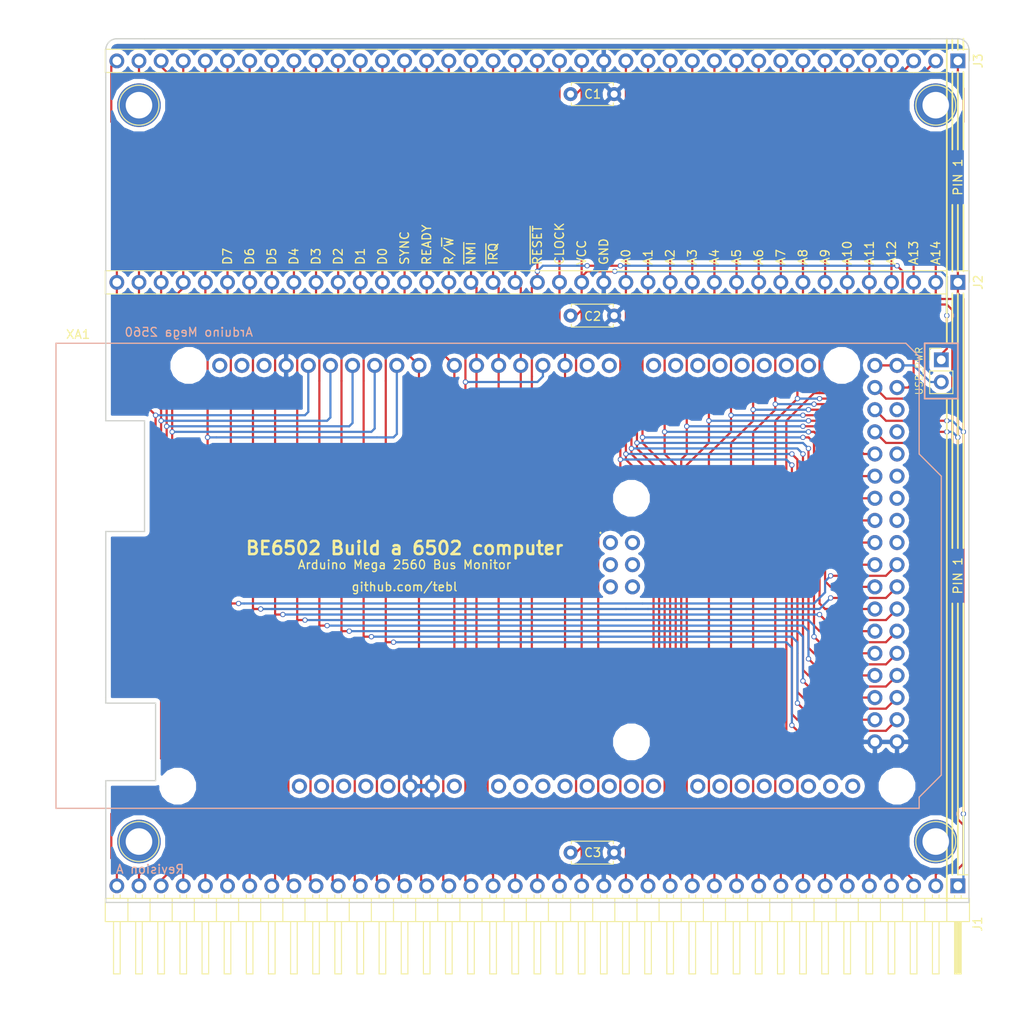
<source format=kicad_pcb>
(kicad_pcb (version 4) (host pcbnew 4.0.7)
  (layers (0 F.Cu signal) (31 B.Cu signal) (34 B.Paste user) (35 F.Paste user) (36 B.SilkS user) (37 F.SilkS user) (38 B.Mask user) (39 F.Mask user) (44 Edge.Cuts user))
  (net 0 "")
  (net 1 GND)
  (net 2 VCC)
  (net 3 /A15)
  (net 4 /A14)
  (net 5 /A13)
  (net 6 /A12)
  (net 7 /A11)
  (net 8 /A10)
  (net 9 /A9)
  (net 10 /A8)
  (net 11 /A7)
  (net 12 /A6)
  (net 13 /A5)
  (net 14 /A4)
  (net 15 /A3)
  (net 16 /A2)
  (net 17 /A1)
  (net 18 /A0)
  (net 19 /~IRQ)
  (net 20 /~NMI)
  (net 21 /R/~W)
  (net 22 /~RDY)
  (net 23 /SYNC)
  (net 24 /D0)
  (net 25 /D1)
  (net 26 /D2)
  (net 27 /D3)
  (net 28 /D4)
  (net 29 /D5)
  (net 30 /D6)
  (net 31 /D7)
  (net 32 "Net-(JP1-Pad2)")
  (net 33 /CLOCK)
  (net 34 /~RESET)
  (net 35 /PIN21)
  (net 36 /PIN35)
  (net 37 /PIN36)
  (net 38 /PIN37)
  (net 39 /PIN38)
  (net 40 /PIN39)
  (module Pin_Headers:Pin_Header_Angled_1x39_Pitch2.54mm (layer F.Cu) (at 198.12 145.415 270)
    (fp_text reference J1 (at 4.385 -2.27 270) (layer F.SilkS))
    (fp_text value Expansion)
    (pad 1 thru_hole rect (at 0 0 270) (size 1.7 1.7) (drill 1) (layers *.Cu *.Mask) (net 3 /A15))
    (pad 2 thru_hole oval (at 0 2.54 270) (size 1.7 1.7) (drill 1) (layers *.Cu *.Mask) (net 4 /A14))
    (pad 3 thru_hole oval (at 0 5.08 270) (size 1.7 1.7) (drill 1) (layers *.Cu *.Mask) (net 5 /A13))
    (pad 4 thru_hole oval (at 0 7.62 270) (size 1.7 1.7) (drill 1) (layers *.Cu *.Mask) (net 6 /A12))
    (pad 5 thru_hole oval (at 0 10.16 270) (size 1.7 1.7) (drill 1) (layers *.Cu *.Mask) (net 7 /A11))
    (pad 6 thru_hole oval (at 0 12.7 270) (size 1.7 1.7) (drill 1) (layers *.Cu *.Mask) (net 8 /A10))
    (pad 7 thru_hole oval (at 0 15.24 270) (size 1.7 1.7) (drill 1) (layers *.Cu *.Mask) (net 9 /A9))
    (pad 8 thru_hole oval (at 0 17.78 270) (size 1.7 1.7) (drill 1) (layers *.Cu *.Mask) (net 10 /A8))
    (pad 9 thru_hole oval (at 0 20.32 270) (size 1.7 1.7) (drill 1) (layers *.Cu *.Mask) (net 11 /A7))
    (pad 10 thru_hole oval (at 0 22.86 270) (size 1.7 1.7) (drill 1) (layers *.Cu *.Mask) (net 12 /A6))
    (pad 11 thru_hole oval (at 0 25.4 270) (size 1.7 1.7) (drill 1) (layers *.Cu *.Mask) (net 13 /A5))
    (pad 12 thru_hole oval (at 0 27.94 270) (size 1.7 1.7) (drill 1) (layers *.Cu *.Mask) (net 14 /A4))
    (pad 13 thru_hole oval (at 0 30.48 270) (size 1.7 1.7) (drill 1) (layers *.Cu *.Mask) (net 15 /A3))
    (pad 14 thru_hole oval (at 0 33.02 270) (size 1.7 1.7) (drill 1) (layers *.Cu *.Mask) (net 16 /A2))
    (pad 15 thru_hole oval (at 0 35.56 270) (size 1.7 1.7) (drill 1) (layers *.Cu *.Mask) (net 17 /A1))
    (pad 16 thru_hole oval (at 0 38.1 270) (size 1.7 1.7) (drill 1) (layers *.Cu *.Mask) (net 18 /A0))
    (pad 17 thru_hole oval (at 0 40.64 270) (size 1.7 1.7) (drill 1) (layers *.Cu *.Mask) (net 1 GND))
    (pad 18 thru_hole oval (at 0 43.18 270) (size 1.7 1.7) (drill 1) (layers *.Cu *.Mask) (net 2 VCC))
    (pad 19 thru_hole oval (at 0 45.72 270) (size 1.7 1.7) (drill 1) (layers *.Cu *.Mask) (net 33 /CLOCK))
    (pad 20 thru_hole oval (at 0 48.26 270) (size 1.7 1.7) (drill 1) (layers *.Cu *.Mask) (net 34 /~RESET))
    (pad 21 thru_hole oval (at 0 50.8 270) (size 1.7 1.7) (drill 1) (layers *.Cu *.Mask) (net 35 /PIN21))
    (pad 22 thru_hole oval (at 0 53.34 270) (size 1.7 1.7) (drill 1) (layers *.Cu *.Mask) (net 19 /~IRQ))
    (pad 23 thru_hole oval (at 0 55.88 270) (size 1.7 1.7) (drill 1) (layers *.Cu *.Mask) (net 20 /~NMI))
    (pad 24 thru_hole oval (at 0 58.42 270) (size 1.7 1.7) (drill 1) (layers *.Cu *.Mask) (net 21 /R/~W))
    (pad 25 thru_hole oval (at 0 60.96 270) (size 1.7 1.7) (drill 1) (layers *.Cu *.Mask) (net 22 /~RDY))
    (pad 26 thru_hole oval (at 0 63.5 270) (size 1.7 1.7) (drill 1) (layers *.Cu *.Mask) (net 23 /SYNC))
    (pad 27 thru_hole oval (at 0 66.04 270) (size 1.7 1.7) (drill 1) (layers *.Cu *.Mask) (net 24 /D0))
    (pad 28 thru_hole oval (at 0 68.58 270) (size 1.7 1.7) (drill 1) (layers *.Cu *.Mask) (net 25 /D1))
    (pad 29 thru_hole oval (at 0 71.12 270) (size 1.7 1.7) (drill 1) (layers *.Cu *.Mask) (net 26 /D2))
    (pad 30 thru_hole oval (at 0 73.66 270) (size 1.7 1.7) (drill 1) (layers *.Cu *.Mask) (net 27 /D3))
    (pad 31 thru_hole oval (at 0 76.2 270) (size 1.7 1.7) (drill 1) (layers *.Cu *.Mask) (net 28 /D4))
    (pad 32 thru_hole oval (at 0 78.74 270) (size 1.7 1.7) (drill 1) (layers *.Cu *.Mask) (net 29 /D5))
    (pad 33 thru_hole oval (at 0 81.28 270) (size 1.7 1.7) (drill 1) (layers *.Cu *.Mask) (net 30 /D6))
    (pad 34 thru_hole oval (at 0 83.82 270) (size 1.7 1.7) (drill 1) (layers *.Cu *.Mask) (net 31 /D7))
    (pad 35 thru_hole oval (at 0 86.36 270) (size 1.7 1.7) (drill 1) (layers *.Cu *.Mask) (net 36 /PIN35))
    (pad 36 thru_hole oval (at 0 88.9 270) (size 1.7 1.7) (drill 1) (layers *.Cu *.Mask) (net 37 /PIN36))
    (pad 37 thru_hole oval (at 0 91.44 270) (size 1.7 1.7) (drill 1) (layers *.Cu *.Mask) (net 38 /PIN37))
    (pad 38 thru_hole oval (at 0 93.98 270) (size 1.7 1.7) (drill 1) (layers *.Cu *.Mask) (net 39 /PIN38))
    (pad 39 thru_hole oval (at 0 96.52 270) (size 1.7 1.7) (drill 1) (layers *.Cu *.Mask) (net 40 /PIN39))
  )
  (module mounting:1pin (layer F.Cu) (at 104.14 140.335 90)
    (fp_text reference M1 hide)
    (fp_text value Mounting hide)
    (pad 1 thru_hole circle (at 0 0 90) (size 5 5) (drill 3.048) (layers *.Cu *.Mask))
  )
  (module mounting:1pin (layer F.Cu) (at 195.58 140.335)
    (fp_text reference M2 hide)
    (fp_text value Mounting hide)
    (pad 1 thru_hole circle (at 0 0) (size 5 5) (drill 3.048) (layers *.Cu *.Mask))
  )
  (module mounting:1pin (layer F.Cu) (at 195.58 55.88)
    (fp_text reference M3 hide)
    (fp_text value Mounting hide)
    (pad 1 thru_hole circle (at 0 0) (size 5 5) (drill 3.048) (layers *.Cu *.Mask))
  )
  (module mounting:1pin (layer F.Cu) (at 104.14 55.88)
    (fp_text reference M4 hide)
    (fp_text value Mounting hide)
    (pad 1 thru_hole circle (at 0 0) (size 5 5) (drill 3.048) (layers *.Cu *.Mask))
  )
  (module Pin_Headers:Pin_Header_Straight_1x02_Pitch2.54mm (layer F.Cu) (at 196.215 85.09)
    (fp_text reference JP1)
    (fp_text value USB_PWR (at -2.54 1.27 90) (layer F.SilkS) (effects (font (size 0.8 0.8) (thickness 0.1))))
    (pad 1 thru_hole rect (at 0 0) (size 1.7 1.7) (drill 1) (layers *.Cu *.Mask) (net 2 VCC))
    (pad 2 thru_hole oval (at 0 2.54) (size 1.7 1.7) (drill 1) (layers *.Cu *.Mask) (net 32 "Net-(JP1-Pad2)"))
  )
  (module arduino:Arduino_Mega2560_Shield (layer F.Cu) (at 94.615 136.525)
    (fp_text reference XA1 (at 2.54 -54.356) (layer F.SilkS))
    (fp_text value Arduino_Mega2560_Shield)
    (fp_text user . (at 62.484 -32.004) (layer F.SilkS))
    (pad RST2 thru_hole oval (at 63.627 -25.4) (size 1.7272 1.7272) (drill 1.016) (layers *.Cu *.Mask))
    (pad GND4 thru_hole oval (at 66.167 -25.4) (size 1.7272 1.7272) (drill 1.016) (layers *.Cu *.Mask))
    (pad MOSI thru_hole oval (at 66.167 -27.94) (size 1.7272 1.7272) (drill 1.016) (layers *.Cu *.Mask))
    (pad SCK thru_hole oval (at 63.627 -27.94) (size 1.7272 1.7272) (drill 1.016) (layers *.Cu *.Mask))
    (pad 5V2 thru_hole oval (at 66.167 -30.48) (size 1.7272 1.7272) (drill 1.016) (layers *.Cu *.Mask))
    (pad A0 thru_hole oval (at 50.8 -2.54) (size 1.7272 1.7272) (drill 1.016) (layers *.Cu *.Mask))
    (pad VIN thru_hole oval (at 45.72 -2.54) (size 1.7272 1.7272) (drill 1.016) (layers *.Cu *.Mask))
    (pad GND3 thru_hole oval (at 43.18 -2.54) (size 1.7272 1.7272) (drill 1.016) (layers *.Cu *.Mask) (net 1 GND))
    (pad GND2 thru_hole oval (at 40.64 -2.54) (size 1.7272 1.7272) (drill 1.016) (layers *.Cu *.Mask) (net 1 GND))
    (pad 5V1 thru_hole oval (at 38.1 -2.54) (size 1.7272 1.7272) (drill 1.016) (layers *.Cu *.Mask))
    (pad 3V3 thru_hole oval (at 35.56 -2.54) (size 1.7272 1.7272) (drill 1.016) (layers *.Cu *.Mask))
    (pad RST1 thru_hole oval (at 33.02 -2.54) (size 1.7272 1.7272) (drill 1.016) (layers *.Cu *.Mask))
    (pad IORF thru_hole oval (at 30.48 -2.54) (size 1.7272 1.7272) (drill 1.016) (layers *.Cu *.Mask))
    (pad D21 thru_hole oval (at 86.36 -50.8) (size 1.7272 1.7272) (drill 1.016) (layers *.Cu *.Mask))
    (pad D20 thru_hole oval (at 83.82 -50.8) (size 1.7272 1.7272) (drill 1.016) (layers *.Cu *.Mask))
    (pad D19 thru_hole oval (at 81.28 -50.8) (size 1.7272 1.7272) (drill 1.016) (layers *.Cu *.Mask))
    (pad D18 thru_hole oval (at 78.74 -50.8) (size 1.7272 1.7272) (drill 1.016) (layers *.Cu *.Mask))
    (pad D17 thru_hole oval (at 76.2 -50.8) (size 1.7272 1.7272) (drill 1.016) (layers *.Cu *.Mask))
    (pad D16 thru_hole oval (at 73.66 -50.8) (size 1.7272 1.7272) (drill 1.016) (layers *.Cu *.Mask))
    (pad D15 thru_hole oval (at 71.12 -50.8) (size 1.7272 1.7272) (drill 1.016) (layers *.Cu *.Mask))
    (pad D14 thru_hole oval (at 68.58 -50.8) (size 1.7272 1.7272) (drill 1.016) (layers *.Cu *.Mask))
    (pad D0 thru_hole oval (at 63.5 -50.8) (size 1.7272 1.7272) (drill 1.016) (layers *.Cu *.Mask))
    (pad D1 thru_hole oval (at 60.96 -50.8) (size 1.7272 1.7272) (drill 1.016) (layers *.Cu *.Mask))
    (pad D2 thru_hole oval (at 58.42 -50.8) (size 1.7272 1.7272) (drill 1.016) (layers *.Cu *.Mask) (net 33 /CLOCK))
    (pad D3 thru_hole oval (at 55.88 -50.8) (size 1.7272 1.7272) (drill 1.016) (layers *.Cu *.Mask) (net 21 /R/~W))
    (pad D4 thru_hole oval (at 53.34 -50.8) (size 1.7272 1.7272) (drill 1.016) (layers *.Cu *.Mask) (net 35 /PIN21))
    (pad D5 thru_hole oval (at 50.8 -50.8) (size 1.7272 1.7272) (drill 1.016) (layers *.Cu *.Mask) (net 19 /~IRQ))
    (pad D6 thru_hole oval (at 48.26 -50.8) (size 1.7272 1.7272) (drill 1.016) (layers *.Cu *.Mask) (net 20 /~NMI))
    (pad D7 thru_hole oval (at 45.72 -50.8) (size 1.7272 1.7272) (drill 1.016) (layers *.Cu *.Mask) (net 22 /~RDY))
    (pad GND1 thru_hole oval (at 26.416 -50.8) (size 1.7272 1.7272) (drill 1.016) (layers *.Cu *.Mask) (net 1 GND))
    (pad D8 thru_hole oval (at 41.656 -50.8) (size 1.7272 1.7272) (drill 1.016) (layers *.Cu *.Mask) (net 23 /SYNC))
    (pad D9 thru_hole oval (at 39.116 -50.8) (size 1.7272 1.7272) (drill 1.016) (layers *.Cu *.Mask) (net 36 /PIN35))
    (pad D10 thru_hole oval (at 36.576 -50.8) (size 1.7272 1.7272) (drill 1.016) (layers *.Cu *.Mask) (net 37 /PIN36))
    (pad "" np_thru_hole circle (at 66.04 -7.62) (size 3.2 3.2) (drill 3.2) (layers *.Cu *.Mask))
    (pad "" np_thru_hole circle (at 66.04 -35.56) (size 3.2 3.2) (drill 3.2) (layers *.Cu *.Mask))
    (pad "" np_thru_hole circle (at 90.17 -50.8) (size 3.2 3.2) (drill 3.2) (layers *.Cu *.Mask))
    (pad "" np_thru_hole circle (at 15.24 -50.8) (size 3.2 3.2) (drill 3.2) (layers *.Cu *.Mask))
    (pad "" np_thru_hole circle (at 96.52 -2.54) (size 3.2 3.2) (drill 3.2) (layers *.Cu *.Mask))
    (pad "" np_thru_hole circle (at 13.97 -2.54) (size 3.2 3.2) (drill 3.2) (layers *.Cu *.Mask))
    (pad SCL thru_hole oval (at 18.796 -50.8) (size 1.7272 1.7272) (drill 1.016) (layers *.Cu *.Mask))
    (pad SDA thru_hole oval (at 21.336 -50.8) (size 1.7272 1.7272) (drill 1.016) (layers *.Cu *.Mask))
    (pad AREF thru_hole oval (at 23.876 -50.8) (size 1.7272 1.7272) (drill 1.016) (layers *.Cu *.Mask))
    (pad D13 thru_hole oval (at 28.956 -50.8) (size 1.7272 1.7272) (drill 1.016) (layers *.Cu *.Mask) (net 40 /PIN39))
    (pad D12 thru_hole oval (at 31.496 -50.8) (size 1.7272 1.7272) (drill 1.016) (layers *.Cu *.Mask) (net 39 /PIN38))
    (pad D11 thru_hole oval (at 34.036 -50.8) (size 1.7272 1.7272) (drill 1.016) (layers *.Cu *.Mask) (net 38 /PIN37))
    (pad "" thru_hole oval (at 27.94 -2.54) (size 1.7272 1.7272) (drill 1.016) (layers *.Cu *.Mask))
    (pad A1 thru_hole oval (at 53.34 -2.54) (size 1.7272 1.7272) (drill 1.016) (layers *.Cu *.Mask))
    (pad A2 thru_hole oval (at 55.88 -2.54) (size 1.7272 1.7272) (drill 1.016) (layers *.Cu *.Mask))
    (pad A3 thru_hole oval (at 58.42 -2.54) (size 1.7272 1.7272) (drill 1.016) (layers *.Cu *.Mask))
    (pad A4 thru_hole oval (at 60.96 -2.54) (size 1.7272 1.7272) (drill 1.016) (layers *.Cu *.Mask))
    (pad A5 thru_hole oval (at 63.5 -2.54) (size 1.7272 1.7272) (drill 1.016) (layers *.Cu *.Mask))
    (pad A6 thru_hole oval (at 66.04 -2.54) (size 1.7272 1.7272) (drill 1.016) (layers *.Cu *.Mask))
    (pad A7 thru_hole oval (at 68.58 -2.54) (size 1.7272 1.7272) (drill 1.016) (layers *.Cu *.Mask))
    (pad A8 thru_hole oval (at 73.66 -2.54) (size 1.7272 1.7272) (drill 1.016) (layers *.Cu *.Mask))
    (pad A9 thru_hole oval (at 76.2 -2.54) (size 1.7272 1.7272) (drill 1.016) (layers *.Cu *.Mask))
    (pad A10 thru_hole oval (at 78.74 -2.54) (size 1.7272 1.7272) (drill 1.016) (layers *.Cu *.Mask))
    (pad A11 thru_hole oval (at 81.28 -2.54) (size 1.7272 1.7272) (drill 1.016) (layers *.Cu *.Mask))
    (pad A12 thru_hole oval (at 83.82 -2.54) (size 1.7272 1.7272) (drill 1.016) (layers *.Cu *.Mask))
    (pad A13 thru_hole oval (at 86.36 -2.54) (size 1.7272 1.7272) (drill 1.016) (layers *.Cu *.Mask))
    (pad A14 thru_hole oval (at 88.9 -2.54) (size 1.7272 1.7272) (drill 1.016) (layers *.Cu *.Mask))
    (pad A15 thru_hole oval (at 91.44 -2.54) (size 1.7272 1.7272) (drill 1.016) (layers *.Cu *.Mask))
    (pad 5V3 thru_hole oval (at 93.98 -50.8) (size 1.7272 1.7272) (drill 1.016) (layers *.Cu *.Mask) (net 32 "Net-(JP1-Pad2)"))
    (pad 5V4 thru_hole oval (at 96.52 -50.8) (size 1.7272 1.7272) (drill 1.016) (layers *.Cu *.Mask) (net 32 "Net-(JP1-Pad2)"))
    (pad D22 thru_hole oval (at 93.98 -48.26) (size 1.7272 1.7272) (drill 1.016) (layers *.Cu *.Mask) (net 3 /A15))
    (pad D23 thru_hole oval (at 96.52 -48.26) (size 1.7272 1.7272) (drill 1.016) (layers *.Cu *.Mask) (net 34 /~RESET))
    (pad D24 thru_hole oval (at 93.98 -45.72) (size 1.7272 1.7272) (drill 1.016) (layers *.Cu *.Mask) (net 4 /A14))
    (pad D25 thru_hole oval (at 96.52 -45.72) (size 1.7272 1.7272) (drill 1.016) (layers *.Cu *.Mask))
    (pad D26 thru_hole oval (at 93.98 -43.18) (size 1.7272 1.7272) (drill 1.016) (layers *.Cu *.Mask) (net 5 /A13))
    (pad D27 thru_hole oval (at 96.52 -43.18) (size 1.7272 1.7272) (drill 1.016) (layers *.Cu *.Mask))
    (pad D28 thru_hole oval (at 93.98 -40.64) (size 1.7272 1.7272) (drill 1.016) (layers *.Cu *.Mask) (net 6 /A12))
    (pad D29 thru_hole oval (at 96.52 -40.64) (size 1.7272 1.7272) (drill 1.016) (layers *.Cu *.Mask))
    (pad D30 thru_hole oval (at 93.98 -38.1) (size 1.7272 1.7272) (drill 1.016) (layers *.Cu *.Mask) (net 7 /A11))
    (pad D31 thru_hole oval (at 96.52 -38.1) (size 1.7272 1.7272) (drill 1.016) (layers *.Cu *.Mask))
    (pad D32 thru_hole oval (at 93.98 -35.56) (size 1.7272 1.7272) (drill 1.016) (layers *.Cu *.Mask) (net 8 /A10))
    (pad D33 thru_hole oval (at 96.52 -35.56) (size 1.7272 1.7272) (drill 1.016) (layers *.Cu *.Mask))
    (pad D34 thru_hole oval (at 93.98 -33.02) (size 1.7272 1.7272) (drill 1.016) (layers *.Cu *.Mask) (net 9 /A9))
    (pad D35 thru_hole oval (at 96.52 -33.02) (size 1.7272 1.7272) (drill 1.016) (layers *.Cu *.Mask))
    (pad D36 thru_hole oval (at 93.98 -30.48) (size 1.7272 1.7272) (drill 1.016) (layers *.Cu *.Mask) (net 10 /A8))
    (pad D37 thru_hole oval (at 96.52 -30.48) (size 1.7272 1.7272) (drill 1.016) (layers *.Cu *.Mask))
    (pad D38 thru_hole oval (at 93.98 -27.94) (size 1.7272 1.7272) (drill 1.016) (layers *.Cu *.Mask) (net 11 /A7))
    (pad D39 thru_hole oval (at 96.52 -27.94) (size 1.7272 1.7272) (drill 1.016) (layers *.Cu *.Mask) (net 31 /D7))
    (pad D40 thru_hole oval (at 93.98 -25.4) (size 1.7272 1.7272) (drill 1.016) (layers *.Cu *.Mask) (net 12 /A6))
    (pad D41 thru_hole oval (at 96.52 -25.4) (size 1.7272 1.7272) (drill 1.016) (layers *.Cu *.Mask) (net 30 /D6))
    (pad D42 thru_hole oval (at 93.98 -22.86) (size 1.7272 1.7272) (drill 1.016) (layers *.Cu *.Mask) (net 13 /A5))
    (pad D43 thru_hole oval (at 96.52 -22.86) (size 1.7272 1.7272) (drill 1.016) (layers *.Cu *.Mask) (net 29 /D5))
    (pad D44 thru_hole oval (at 93.98 -20.32) (size 1.7272 1.7272) (drill 1.016) (layers *.Cu *.Mask) (net 14 /A4))
    (pad D45 thru_hole oval (at 96.52 -20.32) (size 1.7272 1.7272) (drill 1.016) (layers *.Cu *.Mask) (net 28 /D4))
    (pad D46 thru_hole oval (at 93.98 -17.78) (size 1.7272 1.7272) (drill 1.016) (layers *.Cu *.Mask) (net 15 /A3))
    (pad D47 thru_hole oval (at 96.52 -17.78) (size 1.7272 1.7272) (drill 1.016) (layers *.Cu *.Mask) (net 27 /D3))
    (pad D48 thru_hole oval (at 93.98 -15.24) (size 1.7272 1.7272) (drill 1.016) (layers *.Cu *.Mask) (net 16 /A2))
    (pad D49 thru_hole oval (at 96.52 -15.24) (size 1.7272 1.7272) (drill 1.016) (layers *.Cu *.Mask) (net 26 /D2))
    (pad D50 thru_hole oval (at 93.98 -12.7) (size 1.7272 1.7272) (drill 1.016) (layers *.Cu *.Mask) (net 17 /A1))
    (pad D51 thru_hole oval (at 96.52 -12.7) (size 1.7272 1.7272) (drill 1.016) (layers *.Cu *.Mask) (net 25 /D1))
    (pad D52 thru_hole oval (at 93.98 -10.16) (size 1.7272 1.7272) (drill 1.016) (layers *.Cu *.Mask) (net 18 /A0))
    (pad D53 thru_hole oval (at 96.52 -10.16) (size 1.7272 1.7272) (drill 1.016) (layers *.Cu *.Mask) (net 24 /D0))
    (pad GND5 thru_hole oval (at 93.98 -7.62) (size 1.7272 1.7272) (drill 1.016) (layers *.Cu *.Mask) (net 1 GND))
    (pad GND6 thru_hole oval (at 96.52 -7.62) (size 1.7272 1.7272) (drill 1.016) (layers *.Cu *.Mask) (net 1 GND))
    (pad MISO thru_hole oval (at 63.627 -30.48) (size 1.7272 1.7272) (drill 1.016) (layers *.Cu *.Mask))
  )
  (module Pin_Headers:Pin_Header_Straight_1x39_Pitch2.54mm (layer F.Cu) (at 198.12 76.2 270)
    (fp_text reference J2 (at 0 -2.33 270) (layer F.SilkS))
    (fp_text value "Slot #1")
    (pad 1 thru_hole rect (at 0 0 270) (size 1.7 1.7) (drill 1) (layers *.Cu *.Mask) (net 3 /A15))
    (pad 2 thru_hole oval (at 0 2.54 270) (size 1.7 1.7) (drill 1) (layers *.Cu *.Mask) (net 4 /A14))
    (pad 3 thru_hole oval (at 0 5.08 270) (size 1.7 1.7) (drill 1) (layers *.Cu *.Mask) (net 5 /A13))
    (pad 4 thru_hole oval (at 0 7.62 270) (size 1.7 1.7) (drill 1) (layers *.Cu *.Mask) (net 6 /A12))
    (pad 5 thru_hole oval (at 0 10.16 270) (size 1.7 1.7) (drill 1) (layers *.Cu *.Mask) (net 7 /A11))
    (pad 6 thru_hole oval (at 0 12.7 270) (size 1.7 1.7) (drill 1) (layers *.Cu *.Mask) (net 8 /A10))
    (pad 7 thru_hole oval (at 0 15.24 270) (size 1.7 1.7) (drill 1) (layers *.Cu *.Mask) (net 9 /A9))
    (pad 8 thru_hole oval (at 0 17.78 270) (size 1.7 1.7) (drill 1) (layers *.Cu *.Mask) (net 10 /A8))
    (pad 9 thru_hole oval (at 0 20.32 270) (size 1.7 1.7) (drill 1) (layers *.Cu *.Mask) (net 11 /A7))
    (pad 10 thru_hole oval (at 0 22.86 270) (size 1.7 1.7) (drill 1) (layers *.Cu *.Mask) (net 12 /A6))
    (pad 11 thru_hole oval (at 0 25.4 270) (size 1.7 1.7) (drill 1) (layers *.Cu *.Mask) (net 13 /A5))
    (pad 12 thru_hole oval (at 0 27.94 270) (size 1.7 1.7) (drill 1) (layers *.Cu *.Mask) (net 14 /A4))
    (pad 13 thru_hole oval (at 0 30.48 270) (size 1.7 1.7) (drill 1) (layers *.Cu *.Mask) (net 15 /A3))
    (pad 14 thru_hole oval (at 0 33.02 270) (size 1.7 1.7) (drill 1) (layers *.Cu *.Mask) (net 16 /A2))
    (pad 15 thru_hole oval (at 0 35.56 270) (size 1.7 1.7) (drill 1) (layers *.Cu *.Mask) (net 17 /A1))
    (pad 16 thru_hole oval (at 0 38.1 270) (size 1.7 1.7) (drill 1) (layers *.Cu *.Mask) (net 18 /A0))
    (pad 17 thru_hole oval (at 0 40.64 270) (size 1.7 1.7) (drill 1) (layers *.Cu *.Mask) (net 1 GND))
    (pad 18 thru_hole oval (at 0 43.18 270) (size 1.7 1.7) (drill 1) (layers *.Cu *.Mask) (net 2 VCC))
    (pad 19 thru_hole oval (at 0 45.72 270) (size 1.7 1.7) (drill 1) (layers *.Cu *.Mask) (net 33 /CLOCK))
    (pad 20 thru_hole oval (at 0 48.26 270) (size 1.7 1.7) (drill 1) (layers *.Cu *.Mask) (net 34 /~RESET))
    (pad 21 thru_hole oval (at 0 50.8 270) (size 1.7 1.7) (drill 1) (layers *.Cu *.Mask) (net 35 /PIN21))
    (pad 22 thru_hole oval (at 0 53.34 270) (size 1.7 1.7) (drill 1) (layers *.Cu *.Mask) (net 19 /~IRQ))
    (pad 23 thru_hole oval (at 0 55.88 270) (size 1.7 1.7) (drill 1) (layers *.Cu *.Mask) (net 20 /~NMI))
    (pad 24 thru_hole oval (at 0 58.42 270) (size 1.7 1.7) (drill 1) (layers *.Cu *.Mask) (net 21 /R/~W))
    (pad 25 thru_hole oval (at 0 60.96 270) (size 1.7 1.7) (drill 1) (layers *.Cu *.Mask) (net 22 /~RDY))
    (pad 26 thru_hole oval (at 0 63.5 270) (size 1.7 1.7) (drill 1) (layers *.Cu *.Mask) (net 23 /SYNC))
    (pad 27 thru_hole oval (at 0 66.04 270) (size 1.7 1.7) (drill 1) (layers *.Cu *.Mask) (net 24 /D0))
    (pad 28 thru_hole oval (at 0 68.58 270) (size 1.7 1.7) (drill 1) (layers *.Cu *.Mask) (net 25 /D1))
    (pad 29 thru_hole oval (at 0 71.12 270) (size 1.7 1.7) (drill 1) (layers *.Cu *.Mask) (net 26 /D2))
    (pad 30 thru_hole oval (at 0 73.66 270) (size 1.7 1.7) (drill 1) (layers *.Cu *.Mask) (net 27 /D3))
    (pad 31 thru_hole oval (at 0 76.2 270) (size 1.7 1.7) (drill 1) (layers *.Cu *.Mask) (net 28 /D4))
    (pad 32 thru_hole oval (at 0 78.74 270) (size 1.7 1.7) (drill 1) (layers *.Cu *.Mask) (net 29 /D5))
    (pad 33 thru_hole oval (at 0 81.28 270) (size 1.7 1.7) (drill 1) (layers *.Cu *.Mask) (net 30 /D6))
    (pad 34 thru_hole oval (at 0 83.82 270) (size 1.7 1.7) (drill 1) (layers *.Cu *.Mask) (net 31 /D7))
    (pad 35 thru_hole oval (at 0 86.36 270) (size 1.7 1.7) (drill 1) (layers *.Cu *.Mask) (net 36 /PIN35))
    (pad 36 thru_hole oval (at 0 88.9 270) (size 1.7 1.7) (drill 1) (layers *.Cu *.Mask) (net 37 /PIN36))
    (pad 37 thru_hole oval (at 0 91.44 270) (size 1.7 1.7) (drill 1) (layers *.Cu *.Mask) (net 38 /PIN37))
    (pad 38 thru_hole oval (at 0 93.98 270) (size 1.7 1.7) (drill 1) (layers *.Cu *.Mask) (net 39 /PIN38))
    (pad 39 thru_hole oval (at 0 96.52 270) (size 1.7 1.7) (drill 1) (layers *.Cu *.Mask) (net 40 /PIN39))
  )
  (module Pin_Headers:Pin_Header_Straight_1x39_Pitch2.54mm (layer F.Cu) (at 198.12 50.8 270)
    (fp_text reference J3 (at 0 -2.33 270) (layer F.SilkS))
    (fp_text value "Slot #2")
    (pad 1 thru_hole rect (at 0 0 270) (size 1.7 1.7) (drill 1) (layers *.Cu *.Mask) (net 3 /A15))
    (pad 2 thru_hole oval (at 0 2.54 270) (size 1.7 1.7) (drill 1) (layers *.Cu *.Mask) (net 4 /A14))
    (pad 3 thru_hole oval (at 0 5.08 270) (size 1.7 1.7) (drill 1) (layers *.Cu *.Mask) (net 5 /A13))
    (pad 4 thru_hole oval (at 0 7.62 270) (size 1.7 1.7) (drill 1) (layers *.Cu *.Mask) (net 6 /A12))
    (pad 5 thru_hole oval (at 0 10.16 270) (size 1.7 1.7) (drill 1) (layers *.Cu *.Mask) (net 7 /A11))
    (pad 6 thru_hole oval (at 0 12.7 270) (size 1.7 1.7) (drill 1) (layers *.Cu *.Mask) (net 8 /A10))
    (pad 7 thru_hole oval (at 0 15.24 270) (size 1.7 1.7) (drill 1) (layers *.Cu *.Mask) (net 9 /A9))
    (pad 8 thru_hole oval (at 0 17.78 270) (size 1.7 1.7) (drill 1) (layers *.Cu *.Mask) (net 10 /A8))
    (pad 9 thru_hole oval (at 0 20.32 270) (size 1.7 1.7) (drill 1) (layers *.Cu *.Mask) (net 11 /A7))
    (pad 10 thru_hole oval (at 0 22.86 270) (size 1.7 1.7) (drill 1) (layers *.Cu *.Mask) (net 12 /A6))
    (pad 11 thru_hole oval (at 0 25.4 270) (size 1.7 1.7) (drill 1) (layers *.Cu *.Mask) (net 13 /A5))
    (pad 12 thru_hole oval (at 0 27.94 270) (size 1.7 1.7) (drill 1) (layers *.Cu *.Mask) (net 14 /A4))
    (pad 13 thru_hole oval (at 0 30.48 270) (size 1.7 1.7) (drill 1) (layers *.Cu *.Mask) (net 15 /A3))
    (pad 14 thru_hole oval (at 0 33.02 270) (size 1.7 1.7) (drill 1) (layers *.Cu *.Mask) (net 16 /A2))
    (pad 15 thru_hole oval (at 0 35.56 270) (size 1.7 1.7) (drill 1) (layers *.Cu *.Mask) (net 17 /A1))
    (pad 16 thru_hole oval (at 0 38.1 270) (size 1.7 1.7) (drill 1) (layers *.Cu *.Mask) (net 18 /A0))
    (pad 17 thru_hole oval (at 0 40.64 270) (size 1.7 1.7) (drill 1) (layers *.Cu *.Mask) (net 1 GND))
    (pad 18 thru_hole oval (at 0 43.18 270) (size 1.7 1.7) (drill 1) (layers *.Cu *.Mask) (net 2 VCC))
    (pad 19 thru_hole oval (at 0 45.72 270) (size 1.7 1.7) (drill 1) (layers *.Cu *.Mask) (net 33 /CLOCK))
    (pad 20 thru_hole oval (at 0 48.26 270) (size 1.7 1.7) (drill 1) (layers *.Cu *.Mask) (net 34 /~RESET))
    (pad 21 thru_hole oval (at 0 50.8 270) (size 1.7 1.7) (drill 1) (layers *.Cu *.Mask) (net 35 /PIN21))
    (pad 22 thru_hole oval (at 0 53.34 270) (size 1.7 1.7) (drill 1) (layers *.Cu *.Mask) (net 19 /~IRQ))
    (pad 23 thru_hole oval (at 0 55.88 270) (size 1.7 1.7) (drill 1) (layers *.Cu *.Mask) (net 20 /~NMI))
    (pad 24 thru_hole oval (at 0 58.42 270) (size 1.7 1.7) (drill 1) (layers *.Cu *.Mask) (net 21 /R/~W))
    (pad 25 thru_hole oval (at 0 60.96 270) (size 1.7 1.7) (drill 1) (layers *.Cu *.Mask) (net 22 /~RDY))
    (pad 26 thru_hole oval (at 0 63.5 270) (size 1.7 1.7) (drill 1) (layers *.Cu *.Mask) (net 23 /SYNC))
    (pad 27 thru_hole oval (at 0 66.04 270) (size 1.7 1.7) (drill 1) (layers *.Cu *.Mask) (net 24 /D0))
    (pad 28 thru_hole oval (at 0 68.58 270) (size 1.7 1.7) (drill 1) (layers *.Cu *.Mask) (net 25 /D1))
    (pad 29 thru_hole oval (at 0 71.12 270) (size 1.7 1.7) (drill 1) (layers *.Cu *.Mask) (net 26 /D2))
    (pad 30 thru_hole oval (at 0 73.66 270) (size 1.7 1.7) (drill 1) (layers *.Cu *.Mask) (net 27 /D3))
    (pad 31 thru_hole oval (at 0 76.2 270) (size 1.7 1.7) (drill 1) (layers *.Cu *.Mask) (net 28 /D4))
    (pad 32 thru_hole oval (at 0 78.74 270) (size 1.7 1.7) (drill 1) (layers *.Cu *.Mask) (net 29 /D5))
    (pad 33 thru_hole oval (at 0 81.28 270) (size 1.7 1.7) (drill 1) (layers *.Cu *.Mask) (net 30 /D6))
    (pad 34 thru_hole oval (at 0 83.82 270) (size 1.7 1.7) (drill 1) (layers *.Cu *.Mask) (net 31 /D7))
    (pad 35 thru_hole oval (at 0 86.36 270) (size 1.7 1.7) (drill 1) (layers *.Cu *.Mask) (net 36 /PIN35))
    (pad 36 thru_hole oval (at 0 88.9 270) (size 1.7 1.7) (drill 1) (layers *.Cu *.Mask) (net 37 /PIN36))
    (pad 37 thru_hole oval (at 0 91.44 270) (size 1.7 1.7) (drill 1) (layers *.Cu *.Mask) (net 38 /PIN37))
    (pad 38 thru_hole oval (at 0 93.98 270) (size 1.7 1.7) (drill 1) (layers *.Cu *.Mask) (net 39 /PIN38))
    (pad 39 thru_hole oval (at 0 96.52 270) (size 1.7 1.7) (drill 1) (layers *.Cu *.Mask) (net 40 /PIN39))
  )
  (module Capacitors_THT:C_Disc_D4.7mm_W2.5mm_P5.00mm (layer F.Cu) (at 153.67 54.61)
    (fp_text reference C1 (at 2.54 0) (layer F.SilkS))
    (fp_text value 100nF)
    (pad 1 thru_hole circle (at 0 0) (size 1.6 1.6) (drill 0.8) (layers *.Cu *.Mask) (net 2 VCC))
    (pad 2 thru_hole circle (at 5 0) (size 1.6 1.6) (drill 0.8) (layers *.Cu *.Mask) (net 1 GND))
  )
  (module Capacitors_THT:C_Disc_D4.7mm_W2.5mm_P5.00mm (layer F.Cu) (at 153.67 80.01)
    (fp_text reference C2 (at 2.54 0.084999) (layer F.SilkS))
    (fp_text value 100nF)
    (pad 1 thru_hole circle (at 0 0) (size 1.6 1.6) (drill 0.8) (layers *.Cu *.Mask) (net 2 VCC))
    (pad 2 thru_hole circle (at 5 0) (size 1.6 1.6) (drill 0.8) (layers *.Cu *.Mask) (net 1 GND))
  )
  (module Capacitors_THT:C_Disc_D4.7mm_W2.5mm_P5.00mm (layer F.Cu) (at 153.67 141.605)
    (fp_text reference C3 (at 2.54 0) (layer F.SilkS))
    (fp_text value 100nF)
    (pad 1 thru_hole circle (at 0 0) (size 1.6 1.6) (drill 0.8) (layers *.Cu *.Mask) (net 2 VCC))
    (pad 2 thru_hole circle (at 5 0) (size 1.6 1.6) (drill 0.8) (layers *.Cu *.Mask) (net 1 GND))
  )
  (gr_text "Arduino Mega 2560" (at 109.855 81.915) (layer B.SilkS) (effects (font (size 1 1)) (justify mirror)))
  (gr_text "Revision A" (at 105.41 143.51) (layer B.SilkS) (effects (font (size 1 1)) (justify mirror)))
  (gr_text github.com/tebl (at 134.62 111.125) (layer F.SilkS) (effects (font (size 1 1))))
  (gr_text "Arduino Mega 2560 Bus Monitor" (at 134.62 108.585) (layer F.SilkS) (effects (font (size 1 1))))
  (gr_text "BE6502 Build a 6502 computer" (at 134.62 106.68) (layer F.SilkS) (effects (font (size 1.5 1.5) (thickness 0.3))))
  (gr_text SYNC (at 134.62 74.295 90) (layer F.SilkS) (effects (font (size 1 1)) (justify left)))
  (gr_text READY (at 137.16 74.295 90) (layer F.SilkS) (effects (font (size 1 1)) (justify left)))
  (gr_text R/~W (at 139.7 74.295 90) (layer F.SilkS) (effects (font (size 1 1)) (justify left)))
  (gr_text ~NMI (at 142.24 74.295 90) (layer F.SilkS) (effects (font (size 1 1)) (justify left)))
  (gr_text ~IRQ (at 144.78 74.295 90) (layer F.SilkS) (effects (font (size 1 1)) (justify left)))
  (gr_text ~RESET (at 149.86 74.295 90) (layer F.SilkS) (effects (font (size 1 1)) (justify left)))
  (gr_text CLOCK (at 152.4 74.295 90) (layer F.SilkS) (effects (font (size 1 1)) (justify left)))
  (gr_text VCC (at 154.94 74.295 90) (layer F.SilkS) (effects (font (size 1 1)) (justify left)))
  (gr_text GND (at 157.48 74.295 90) (layer F.SilkS) (effects (font (size 1 1)) (justify left)))
  (gr_text A14 (at 195.58 74.295 90) (layer F.SilkS) (effects (font (size 1 1)) (justify left)))
  (gr_text A13 (at 193.04 74.295 90) (layer F.SilkS) (effects (font (size 1 1)) (justify left)))
  (gr_text A12 (at 190.5 74.295 90) (layer F.SilkS) (effects (font (size 1 1)) (justify left)))
  (gr_text A11 (at 187.96 74.295 90) (layer F.SilkS) (effects (font (size 1 1)) (justify left)))
  (gr_text A10 (at 185.42 74.295 90) (layer F.SilkS) (effects (font (size 1 1)) (justify left)))
  (gr_text A9 (at 182.88 74.295 90) (layer F.SilkS) (effects (font (size 1 1)) (justify left)))
  (gr_text A8 (at 180.34 74.295 90) (layer F.SilkS) (effects (font (size 1 1)) (justify left)))
  (gr_text A7 (at 177.8 74.295 90) (layer F.SilkS) (effects (font (size 1 1)) (justify left)))
  (gr_text A6 (at 175.26 74.295 90) (layer F.SilkS) (effects (font (size 1 1)) (justify left)))
  (gr_text A5 (at 172.72 74.295 90) (layer F.SilkS) (effects (font (size 1 1)) (justify left)))
  (gr_text A4 (at 170.18 74.295 90) (layer F.SilkS) (effects (font (size 1 1)) (justify left)))
  (gr_text A3 (at 167.64 74.295 90) (layer F.SilkS) (effects (font (size 1 1)) (justify left)))
  (gr_text A2 (at 165.1 74.295 90) (layer F.SilkS) (effects (font (size 1 1)) (justify left)))
  (gr_text A1 (at 162.56 74.295 90) (layer F.SilkS) (effects (font (size 1 1)) (justify left)))
  (gr_text A0 (at 160.02 74.295 90) (layer F.SilkS) (effects (font (size 1 1)) (justify left)))
  (gr_text D0 (at 132.08 74.295 90) (layer F.SilkS) (effects (font (size 1 1)) (justify left)))
  (gr_text D1 (at 129.54 74.295 90) (layer F.SilkS) (effects (font (size 1 1)) (justify left)))
  (gr_text D2 (at 127 74.295 90) (layer F.SilkS) (effects (font (size 1 1)) (justify left)))
  (gr_text D3 (at 124.46 74.295 90) (layer F.SilkS) (effects (font (size 1 1)) (justify left)))
  (gr_text D4 (at 121.92 74.295 90) (layer F.SilkS) (effects (font (size 1 1)) (justify left)))
  (gr_text D5 (at 119.38 74.295 90) (layer F.SilkS) (effects (font (size 1 1)) (justify left)))
  (gr_text D6 (at 116.84 74.295 90) (layer F.SilkS) (effects (font (size 1 1)) (justify left)))
  (gr_text D7 (at 114.3 74.295 90) (layer F.SilkS) (effects (font (size 1 1)) (justify left)))
  (gr_line (start 198.12 89.535) (end 198.12 83.185) (angle 90) (layer B.SilkS) (width 0.2))
  (gr_line (start 194.31 89.535) (end 198.12 89.535) (angle 90) (layer B.SilkS) (width 0.2))
  (gr_line (start 194.31 83.185) (end 194.31 89.535) (angle 90) (layer B.SilkS) (width 0.2))
  (gr_line (start 198.12 83.185) (end 194.31 83.185) (angle 90) (layer B.SilkS) (width 0.2))
  (gr_line (start 198.755 113.03) (end 198.755 144.145) (angle 90) (layer F.SilkS) (width 0.2))
  (gr_line (start 198.12 144.145) (end 198.12 113.03) (angle 90) (layer F.SilkS) (width 0.2))
  (gr_line (start 197.485 113.03) (end 197.485 144.145) (angle 90) (layer F.SilkS) (width 0.2))
  (gr_line (start 198.12 106.68) (end 198.12 89.535) (angle 90) (layer F.SilkS) (width 0.2))
  (gr_line (start 197.485 89.535) (end 197.485 106.68) (angle 90) (layer F.SilkS) (width 0.2))
  (gr_line (start 197.485 77.47) (end 197.485 83.185) (angle 90) (layer F.SilkS) (width 0.2))
  (gr_line (start 198.12 77.47) (end 198.12 83.185) (angle 90) (layer F.SilkS) (width 0.2))
  (gr_line (start 198.755 106.68) (end 198.755 77.47) (angle 90) (layer F.SilkS) (width 0.2))
  (gr_line (start 198.755 67.31) (end 198.755 74.93) (angle 90) (layer F.SilkS) (width 0.2))
  (gr_line (start 198.12 74.93) (end 198.12 67.31) (angle 90) (layer F.SilkS) (width 0.2))
  (gr_line (start 197.485 67.31) (end 197.485 74.93) (angle 90) (layer F.SilkS) (width 0.2))
  (gr_line (start 198.12 60.96) (end 198.12 52.07) (angle 90) (layer F.SilkS) (width 0.2))
  (gr_line (start 198.755 52.07) (end 198.755 60.96) (angle 90) (layer F.SilkS) (width 0.2))
  (gr_line (start 198.755 48.26) (end 198.755 49.53) (angle 90) (layer F.SilkS) (width 0.2))
  (gr_line (start 198.12 48.26) (end 198.12 49.53) (angle 90) (layer F.SilkS) (width 0.2))
  (gr_line (start 197.485 49.53) (end 197.485 48.26) (angle 90) (layer F.SilkS) (width 0.2))
  (gr_line (start 197.485 60.96) (end 197.485 52.07) (angle 90) (layer F.SilkS) (width 0.2))
  (gr_line (start 196.85 89.535) (end 196.85 147.32) (angle 90) (layer F.SilkS) (width 0.2))
  (gr_line (start 196.85 48.26) (end 196.85 83.185) (angle 90) (layer F.SilkS) (width 0.2))
  (gr_text "PIN 1" (at 198.12 109.855 90) (layer F.SilkS) (effects (font (size 1 1))))
  (gr_text "PIN 1" (at 198.12 64.135 90) (layer F.SilkS) (effects (font (size 1 1))))
  (gr_line (start 199.39 52.705) (end 199.39 49.53) (angle 90) (layer Edge.Cuts) (width 0.15))
  (gr_line (start 194.945 48.26) (end 198.12 48.26) (angle 90) (layer Edge.Cuts) (width 0.15))
  (gr_line (start 101.6 48.26) (end 104.775 48.26) (angle 90) (layer Edge.Cuts) (width 0.15))
  (gr_line (start 100.33 49.53) (end 100.33 52.705) (angle 90) (layer Edge.Cuts) (width 0.15))
  (gr_arc (start 101.6 49.53) (end 100.33 49.53) (angle 90) (layer Edge.Cuts) (width 0.15))
  (gr_arc (start 198.12 49.53) (end 198.12 48.26) (angle 90) (layer Edge.Cuts) (width 0.15))
  (gr_line (start 100.33 124.46) (end 100.33 123.825) (angle 90) (layer Edge.Cuts) (width 0.15))
  (gr_line (start 106.045 124.46) (end 100.33 124.46) (angle 90) (layer Edge.Cuts) (width 0.15))
  (gr_line (start 106.045 133.35) (end 106.045 124.46) (angle 90) (layer Edge.Cuts) (width 0.15))
  (gr_line (start 100.33 133.35) (end 106.045 133.35) (angle 90) (layer Edge.Cuts) (width 0.15))
  (gr_line (start 100.33 133.985) (end 100.33 133.35) (angle 90) (layer Edge.Cuts) (width 0.15))
  (gr_line (start 100.33 133.985) (end 100.33 147.32) (angle 90) (layer Edge.Cuts) (width 0.15))
  (gr_line (start 100.33 104.775) (end 100.33 123.825) (angle 90) (layer Edge.Cuts) (width 0.15))
  (gr_line (start 104.775 104.775) (end 100.33 104.775) (angle 90) (layer Edge.Cuts) (width 0.15))
  (gr_line (start 104.775 92.075) (end 104.775 104.775) (angle 90) (layer Edge.Cuts) (width 0.15))
  (gr_line (start 100.33 92.075) (end 104.775 92.075) (angle 90) (layer Edge.Cuts) (width 0.15))
  (gr_line (start 100.33 52.705) (end 100.33 92.075) (angle 90) (layer Edge.Cuts) (width 0.15))
  (gr_line (start 104.775 48.26) (end 194.945 48.26) (angle 90) (layer Edge.Cuts) (width 0.15))
  (gr_line (start 199.39 52.705) (end 199.39 147.32) (angle 90) (layer Edge.Cuts) (width 0.15))
  (gr_line (start 199.39 147.32) (end 100.33 147.32) (angle 90) (layer Edge.Cuts) (width 0.15))
  (segment (start 196.215 74.93) (end 196.85 75.565) (width 0.25) (layer B.Cu) (net 2))
  (segment (start 158.75 74.93) (end 196.215 74.93) (width 0.25) (layer B.Cu) (net 2))
  (via (at 158.75 74.93) (size 0.6) (drill 0.4) (layers F.Cu B.Cu) (net 2))
  (segment (start 155.575 74.93) (end 158.75 74.93) (width 0.25) (layer F.Cu) (net 2))
  (segment (start 154.94 75.565) (end 155.575 74.93) (width 0.25) (layer F.Cu) (net 2))
  (segment (start 154.94 76.2) (end 154.94 75.565) (width 0.25) (layer F.Cu) (net 2))
  (segment (start 196.85 75.565) (end 196.85 80.01) (width 0.25) (layer B.Cu) (net 2))
  (segment (start 196.85 83.82) (end 196.215 84.455) (width 0.25) (layer F.Cu) (net 2))
  (segment (start 196.85 80.01) (end 196.85 83.82) (width 0.25) (layer F.Cu) (net 2))
  (via (at 196.85 80.01) (size 0.6) (drill 0.4) (layers F.Cu B.Cu) (net 2))
  (segment (start 196.215 84.455) (end 196.215 85.09) (width 0.25) (layer F.Cu) (net 2))
  (segment (start 153.67 141.605) (end 154.305 141.605) (width 0.25) (layer F.Cu) (net 2))
  (segment (start 154.305 141.605) (end 154.94 140.97) (width 0.25) (layer F.Cu) (net 2))
  (segment (start 154.94 87.63) (end 154.94 132.08) (width 0.25) (layer F.Cu) (net 2))
  (segment (start 154.94 83.82) (end 154.305 84.455) (width 0.25) (layer F.Cu) (net 2))
  (segment (start 154.305 84.455) (end 154.305 86.995) (width 0.25) (layer F.Cu) (net 2))
  (segment (start 154.305 86.995) (end 154.94 87.63) (width 0.25) (layer F.Cu) (net 2))
  (segment (start 154.94 79.375) (end 154.94 83.82) (width 0.25) (layer F.Cu) (net 2))
  (segment (start 154.94 135.89) (end 154.94 140.97) (width 0.25) (layer F.Cu) (net 2))
  (segment (start 154.94 140.97) (end 154.94 142.875) (width 0.25) (layer F.Cu) (net 2))
  (segment (start 154.305 135.255) (end 154.94 135.89) (width 0.25) (layer F.Cu) (net 2))
  (segment (start 154.305 132.715) (end 154.305 135.255) (width 0.25) (layer F.Cu) (net 2))
  (segment (start 154.94 132.08) (end 154.305 132.715) (width 0.25) (layer F.Cu) (net 2))
  (segment (start 153.67 80.01) (end 154.305 80.01) (width 0.25) (layer F.Cu) (net 2))
  (segment (start 154.305 80.01) (end 154.94 79.375) (width 0.25) (layer F.Cu) (net 2))
  (segment (start 154.94 79.375) (end 154.94 78.74) (width 0.25) (layer F.Cu) (net 2))
  (segment (start 153.67 54.61) (end 154.305 54.61) (width 0.25) (layer F.Cu) (net 2))
  (segment (start 154.305 54.61) (end 154.94 53.975) (width 0.25) (layer F.Cu) (net 2))
  (segment (start 154.94 76.2) (end 154.94 74.93) (width 0.25) (layer F.Cu) (net 2))
  (segment (start 154.94 74.93) (end 154.94 53.975) (width 0.25) (layer F.Cu) (net 2))
  (segment (start 154.94 53.975) (end 154.94 53.34) (width 0.25) (layer F.Cu) (net 2))
  (segment (start 154.94 50.8) (end 154.94 53.34) (width 0.25) (layer F.Cu) (net 2))
  (segment (start 154.94 76.2) (end 154.94 78.74) (width 0.25) (layer F.Cu) (net 2))
  (segment (start 154.94 145.415) (end 154.94 142.875) (width 0.25) (layer F.Cu) (net 2))
  (segment (start 191.77 89.535) (end 192.405 89.535) (width 0.25) (layer F.Cu) (net 3))
  (segment (start 192.405 89.535) (end 194.945 92.075) (width 0.25) (layer F.Cu) (net 3))
  (segment (start 197.485 92.075) (end 196.85 92.075) (width 0.25) (layer B.Cu) (net 3))
  (segment (start 197.485 92.075) (end 198.755 93.345) (width 0.25) (layer B.Cu) (net 3))
  (via (at 198.755 93.345) (size 0.6) (drill 0.4) (layers F.Cu B.Cu) (net 3))
  (via (at 196.85 92.075) (size 0.6) (drill 0.4) (layers F.Cu B.Cu) (net 3))
  (segment (start 196.85 92.075) (end 194.945 92.075) (width 0.25) (layer F.Cu) (net 3))
  (segment (start 188.595 88.265) (end 189.865 89.535) (width 0.25) (layer F.Cu) (net 3))
  (segment (start 189.865 89.535) (end 191.77 89.535) (width 0.25) (layer F.Cu) (net 3))
  (segment (start 188.595 88.265) (end 188.595 87.63) (width 0.25) (layer F.Cu) (net 3))
  (via (at 198.755 137.16) (size 0.6) (drill 0.4) (layers F.Cu B.Cu) (net 3))
  (segment (start 198.755 144.78) (end 198.755 137.16) (width 0.25) (layer B.Cu) (net 3))
  (segment (start 198.755 93.345) (end 198.755 137.16) (width 0.25) (layer F.Cu) (net 3))
  (segment (start 198.12 76.2) (end 198.12 77.47) (width 0.25) (layer F.Cu) (net 3))
  (segment (start 198.755 78.105) (end 198.755 93.345) (width 0.25) (layer F.Cu) (net 3))
  (segment (start 198.755 78.105) (end 198.12 77.47) (width 0.25) (layer F.Cu) (net 3))
  (segment (start 198.12 53.34) (end 198.755 53.975) (width 0.25) (layer F.Cu) (net 3))
  (segment (start 198.755 57.785) (end 198.12 58.42) (width 0.25) (layer F.Cu) (net 3))
  (segment (start 198.755 53.975) (end 198.755 57.785) (width 0.25) (layer F.Cu) (net 3))
  (segment (start 198.12 76.2) (end 198.12 58.42) (width 0.25) (layer F.Cu) (net 3))
  (segment (start 198.12 53.34) (end 198.12 50.8) (width 0.25) (layer F.Cu) (net 3))
  (segment (start 198.12 145.415) (end 198.755 144.78) (width 0.25) (layer B.Cu) (net 3))
  (segment (start 198.755 76.835) (end 198.12 76.2) (width 0.25) (layer B.Cu) (net 3))
  (segment (start 191.77 92.075) (end 192.405 92.075) (width 0.25) (layer F.Cu) (net 4))
  (segment (start 192.405 92.075) (end 193.675 93.345) (width 0.25) (layer F.Cu) (net 4))
  (segment (start 197.485 93.345) (end 196.85 93.345) (width 0.25) (layer B.Cu) (net 4))
  (segment (start 197.485 93.345) (end 198.12 93.98) (width 0.25) (layer B.Cu) (net 4))
  (via (at 198.12 93.98) (size 0.6) (drill 0.4) (layers F.Cu B.Cu) (net 4))
  (via (at 196.85 93.345) (size 0.6) (drill 0.4) (layers F.Cu B.Cu) (net 4))
  (segment (start 196.85 93.345) (end 193.675 93.345) (width 0.25) (layer F.Cu) (net 4))
  (segment (start 188.595 90.805) (end 189.865 92.075) (width 0.25) (layer F.Cu) (net 4))
  (segment (start 189.865 92.075) (end 191.77 92.075) (width 0.25) (layer F.Cu) (net 4))
  (segment (start 198.12 137.795) (end 198.12 93.98) (width 0.25) (layer F.Cu) (net 4))
  (segment (start 198.12 93.98) (end 198.12 78.74) (width 0.25) (layer F.Cu) (net 4))
  (segment (start 195.58 144.145) (end 196.215 143.51) (width 0.25) (layer F.Cu) (net 4))
  (segment (start 196.215 143.51) (end 198.12 143.51) (width 0.25) (layer F.Cu) (net 4))
  (segment (start 198.12 143.51) (end 198.755 142.875) (width 0.25) (layer F.Cu) (net 4))
  (segment (start 198.755 142.875) (end 198.755 138.43) (width 0.25) (layer F.Cu) (net 4))
  (segment (start 198.755 138.43) (end 198.12 137.795) (width 0.25) (layer F.Cu) (net 4))
  (segment (start 195.58 145.415) (end 195.58 144.145) (width 0.25) (layer F.Cu) (net 4))
  (segment (start 195.58 77.47) (end 195.58 76.2) (width 0.25) (layer F.Cu) (net 4))
  (segment (start 196.215 78.105) (end 195.58 77.47) (width 0.25) (layer F.Cu) (net 4))
  (segment (start 197.485 78.105) (end 196.215 78.105) (width 0.25) (layer F.Cu) (net 4))
  (segment (start 198.12 78.74) (end 197.485 78.105) (width 0.25) (layer F.Cu) (net 4))
  (segment (start 193.675 52.705) (end 192.405 53.975) (width 0.25) (layer F.Cu) (net 4))
  (segment (start 192.405 53.975) (end 192.405 58.42) (width 0.25) (layer F.Cu) (net 4))
  (segment (start 195.58 50.8) (end 193.675 52.705) (width 0.25) (layer F.Cu) (net 4))
  (segment (start 192.405 58.42) (end 195.58 61.595) (width 0.25) (layer F.Cu) (net 4))
  (segment (start 195.58 76.2) (end 195.58 61.595) (width 0.25) (layer F.Cu) (net 4))
  (segment (start 188.595 93.345) (end 189.865 94.615) (width 0.25) (layer F.Cu) (net 5))
  (segment (start 196.85 94.615) (end 197.485 95.25) (width 0.25) (layer F.Cu) (net 5))
  (segment (start 189.865 94.615) (end 196.85 94.615) (width 0.25) (layer F.Cu) (net 5))
  (segment (start 197.485 135.89) (end 197.485 95.25) (width 0.25) (layer F.Cu) (net 5))
  (segment (start 197.485 95.25) (end 197.485 79.375) (width 0.25) (layer F.Cu) (net 5))
  (segment (start 196.85 136.525) (end 197.485 135.89) (width 0.25) (layer F.Cu) (net 5))
  (segment (start 193.04 136.525) (end 196.85 136.525) (width 0.25) (layer F.Cu) (net 5))
  (segment (start 192.405 137.16) (end 193.04 136.525) (width 0.25) (layer F.Cu) (net 5))
  (segment (start 192.405 144.145) (end 192.405 137.16) (width 0.25) (layer F.Cu) (net 5))
  (segment (start 193.04 144.78) (end 192.405 144.145) (width 0.25) (layer F.Cu) (net 5))
  (segment (start 193.04 78.105) (end 193.04 76.2) (width 0.25) (layer F.Cu) (net 5))
  (segment (start 193.675 78.74) (end 193.04 78.105) (width 0.25) (layer F.Cu) (net 5))
  (segment (start 196.85 78.74) (end 193.675 78.74) (width 0.25) (layer F.Cu) (net 5))
  (segment (start 197.485 79.375) (end 196.85 78.74) (width 0.25) (layer F.Cu) (net 5))
  (segment (start 193.04 145.415) (end 193.04 144.78) (width 0.25) (layer F.Cu) (net 5))
  (segment (start 191.77 59.055) (end 193.04 60.325) (width 0.25) (layer F.Cu) (net 5))
  (segment (start 191.135 58.42) (end 191.77 59.055) (width 0.25) (layer F.Cu) (net 5))
  (segment (start 191.135 53.34) (end 191.135 58.42) (width 0.25) (layer F.Cu) (net 5))
  (segment (start 193.04 76.2) (end 193.04 60.325) (width 0.25) (layer F.Cu) (net 5))
  (segment (start 191.135 52.705) (end 193.04 50.8) (width 0.25) (layer F.Cu) (net 5))
  (segment (start 191.135 53.34) (end 191.135 52.705) (width 0.25) (layer F.Cu) (net 5))
  (segment (start 179.705 90.805) (end 178.435 92.075) (width 0.25) (layer F.Cu) (net 6))
  (segment (start 178.435 130.81) (end 179.705 132.08) (width 0.25) (layer F.Cu) (net 6))
  (segment (start 178.435 92.075) (end 178.435 130.81) (width 0.25) (layer F.Cu) (net 6))
  (segment (start 182.245 88.9) (end 181.61 88.9) (width 0.25) (layer F.Cu) (net 6))
  (segment (start 182.245 88.265) (end 182.245 88.9) (width 0.25) (layer F.Cu) (net 6))
  (segment (start 186.69 89.535) (end 186.055 88.9) (width 0.25) (layer F.Cu) (net 6))
  (segment (start 187.325 95.885) (end 186.69 95.25) (width 0.25) (layer F.Cu) (net 6))
  (segment (start 186.69 95.25) (end 186.69 89.535) (width 0.25) (layer F.Cu) (net 6))
  (segment (start 188.595 95.885) (end 187.325 95.885) (width 0.25) (layer F.Cu) (net 6))
  (segment (start 186.055 88.9) (end 182.245 88.9) (width 0.25) (layer F.Cu) (net 6))
  (segment (start 190.5 78.105) (end 190.5 82.55) (width 0.25) (layer F.Cu) (net 6))
  (segment (start 182.88 83.185) (end 182.245 83.82) (width 0.25) (layer F.Cu) (net 6))
  (segment (start 189.865 83.185) (end 182.88 83.185) (width 0.25) (layer F.Cu) (net 6))
  (segment (start 190.5 82.55) (end 189.865 83.185) (width 0.25) (layer F.Cu) (net 6))
  (segment (start 190.5 76.2) (end 190.5 50.8) (width 0.25) (layer F.Cu) (net 6))
  (segment (start 179.705 132.08) (end 179.705 137.16) (width 0.25) (layer F.Cu) (net 6))
  (segment (start 181.61 88.9) (end 179.705 90.805) (width 0.25) (layer F.Cu) (net 6))
  (segment (start 190.5 138.43) (end 190.5 145.415) (width 0.25) (layer F.Cu) (net 6))
  (segment (start 189.865 137.795) (end 190.5 138.43) (width 0.25) (layer F.Cu) (net 6))
  (segment (start 180.34 137.795) (end 189.865 137.795) (width 0.25) (layer F.Cu) (net 6))
  (segment (start 179.705 137.16) (end 180.34 137.795) (width 0.25) (layer F.Cu) (net 6))
  (segment (start 190.5 76.2) (end 190.5 78.105) (width 0.25) (layer F.Cu) (net 6))
  (segment (start 182.245 83.82) (end 182.245 87.63) (width 0.25) (layer F.Cu) (net 6))
  (segment (start 182.245 87.63) (end 182.245 88.265) (width 0.25) (layer F.Cu) (net 6))
  (segment (start 186.055 96.52) (end 186.055 97.79) (width 0.25) (layer F.Cu) (net 7))
  (segment (start 186.69 98.425) (end 187.325 98.425) (width 0.25) (layer F.Cu) (net 7))
  (segment (start 186.055 97.79) (end 186.69 98.425) (width 0.25) (layer F.Cu) (net 7))
  (via (at 179.705 89.535) (size 0.6) (drill 0.4) (layers F.Cu B.Cu) (net 7))
  (segment (start 186.055 90.17) (end 185.42 89.535) (width 0.25) (layer F.Cu) (net 7))
  (segment (start 182.245 89.535) (end 185.42 89.535) (width 0.25) (layer F.Cu) (net 7))
  (via (at 182.245 89.535) (size 0.6) (drill 0.4) (layers F.Cu B.Cu) (net 7))
  (segment (start 182.245 89.535) (end 179.705 89.535) (width 0.25) (layer B.Cu) (net 7))
  (segment (start 186.055 96.52) (end 186.055 90.17) (width 0.25) (layer F.Cu) (net 7))
  (segment (start 188.595 98.425) (end 187.325 98.425) (width 0.25) (layer F.Cu) (net 7))
  (segment (start 187.96 77.47) (end 187.96 81.915) (width 0.25) (layer F.Cu) (net 7))
  (segment (start 179.705 87.63) (end 179.705 88.9) (width 0.25) (layer F.Cu) (net 7))
  (segment (start 180.34 82.55) (end 179.705 83.185) (width 0.25) (layer F.Cu) (net 7))
  (segment (start 179.705 83.185) (end 179.705 87.63) (width 0.25) (layer F.Cu) (net 7))
  (segment (start 187.96 76.2) (end 187.96 77.47) (width 0.25) (layer F.Cu) (net 7))
  (segment (start 187.96 81.915) (end 187.325 82.55) (width 0.25) (layer F.Cu) (net 7))
  (segment (start 187.325 82.55) (end 180.34 82.55) (width 0.25) (layer F.Cu) (net 7))
  (segment (start 177.165 135.255) (end 177.165 137.795) (width 0.25) (layer F.Cu) (net 7))
  (segment (start 179.705 89.535) (end 177.165 92.075) (width 0.25) (layer F.Cu) (net 7))
  (segment (start 177.165 92.075) (end 177.165 96.52) (width 0.25) (layer F.Cu) (net 7))
  (segment (start 179.705 88.9) (end 179.705 89.535) (width 0.25) (layer F.Cu) (net 7))
  (segment (start 177.165 96.52) (end 177.165 135.255) (width 0.25) (layer F.Cu) (net 7))
  (segment (start 187.96 139.065) (end 187.96 145.415) (width 0.25) (layer F.Cu) (net 7))
  (segment (start 187.325 138.43) (end 187.96 139.065) (width 0.25) (layer F.Cu) (net 7))
  (segment (start 177.8 138.43) (end 187.325 138.43) (width 0.25) (layer F.Cu) (net 7))
  (segment (start 177.165 137.795) (end 177.8 138.43) (width 0.25) (layer F.Cu) (net 7))
  (segment (start 187.96 50.8) (end 187.96 76.2) (width 0.25) (layer F.Cu) (net 7))
  (segment (start 179.07 90.17) (end 177.165 90.17) (width 0.25) (layer B.Cu) (net 8))
  (via (at 177.165 90.17) (size 0.6) (drill 0.4) (layers F.Cu B.Cu) (net 8))
  (segment (start 185.42 97.155) (end 185.42 100.33) (width 0.25) (layer F.Cu) (net 8))
  (segment (start 186.055 100.965) (end 186.69 100.965) (width 0.25) (layer F.Cu) (net 8))
  (segment (start 185.42 100.33) (end 186.055 100.965) (width 0.25) (layer F.Cu) (net 8))
  (segment (start 185.42 97.155) (end 185.42 90.805) (width 0.25) (layer F.Cu) (net 8))
  (segment (start 181.61 90.17) (end 179.07 90.17) (width 0.25) (layer B.Cu) (net 8))
  (via (at 181.61 90.17) (size 0.6) (drill 0.4) (layers F.Cu B.Cu) (net 8))
  (segment (start 184.785 90.17) (end 181.61 90.17) (width 0.25) (layer F.Cu) (net 8))
  (segment (start 185.42 90.805) (end 184.785 90.17) (width 0.25) (layer F.Cu) (net 8))
  (segment (start 188.595 100.965) (end 186.69 100.965) (width 0.25) (layer F.Cu) (net 8))
  (segment (start 177.8 83.185) (end 179.07 81.915) (width 0.25) (layer F.Cu) (net 8))
  (segment (start 177.165 83.82) (end 177.8 83.185) (width 0.25) (layer F.Cu) (net 8))
  (segment (start 177.165 84.455) (end 177.165 89.535) (width 0.25) (layer F.Cu) (net 8))
  (segment (start 177.165 84.455) (end 177.165 83.82) (width 0.25) (layer F.Cu) (net 8))
  (segment (start 184.785 81.915) (end 179.705 81.915) (width 0.25) (layer F.Cu) (net 8))
  (segment (start 185.42 81.28) (end 184.785 81.915) (width 0.25) (layer F.Cu) (net 8))
  (segment (start 185.42 76.2) (end 185.42 81.28) (width 0.25) (layer F.Cu) (net 8))
  (segment (start 179.07 81.915) (end 179.705 81.915) (width 0.25) (layer F.Cu) (net 8))
  (segment (start 174.625 135.255) (end 174.625 138.43) (width 0.25) (layer F.Cu) (net 8))
  (segment (start 174.625 138.43) (end 175.26 139.065) (width 0.25) (layer F.Cu) (net 8))
  (segment (start 175.26 139.065) (end 184.785 139.065) (width 0.25) (layer F.Cu) (net 8))
  (segment (start 184.785 139.065) (end 185.42 139.7) (width 0.25) (layer F.Cu) (net 8))
  (segment (start 185.42 139.7) (end 185.42 145.415) (width 0.25) (layer F.Cu) (net 8))
  (segment (start 174.625 97.155) (end 174.625 135.255) (width 0.25) (layer F.Cu) (net 8))
  (segment (start 174.625 93.345) (end 174.625 97.155) (width 0.25) (layer F.Cu) (net 8))
  (segment (start 177.165 90.17) (end 177.165 90.805) (width 0.25) (layer F.Cu) (net 8))
  (segment (start 177.165 90.805) (end 174.625 93.345) (width 0.25) (layer F.Cu) (net 8))
  (segment (start 177.165 89.535) (end 177.165 90.17) (width 0.25) (layer F.Cu) (net 8))
  (segment (start 185.42 76.2) (end 185.42 50.8) (width 0.25) (layer F.Cu) (net 8))
  (segment (start 178.435 90.805) (end 174.625 90.805) (width 0.25) (layer B.Cu) (net 9))
  (via (at 174.625 90.805) (size 0.6) (drill 0.4) (layers F.Cu B.Cu) (net 9))
  (segment (start 184.785 97.79) (end 184.785 102.87) (width 0.25) (layer F.Cu) (net 9))
  (segment (start 185.42 103.505) (end 186.055 103.505) (width 0.25) (layer F.Cu) (net 9))
  (segment (start 184.785 102.87) (end 185.42 103.505) (width 0.25) (layer F.Cu) (net 9))
  (segment (start 184.785 97.79) (end 184.785 91.44) (width 0.25) (layer F.Cu) (net 9))
  (segment (start 180.975 90.805) (end 178.435 90.805) (width 0.25) (layer B.Cu) (net 9))
  (via (at 180.975 90.805) (size 0.6) (drill 0.4) (layers F.Cu B.Cu) (net 9))
  (segment (start 184.15 90.805) (end 180.975 90.805) (width 0.25) (layer F.Cu) (net 9))
  (segment (start 184.785 91.44) (end 184.15 90.805) (width 0.25) (layer F.Cu) (net 9))
  (segment (start 188.595 103.505) (end 186.055 103.505) (width 0.25) (layer F.Cu) (net 9))
  (segment (start 182.88 76.2) (end 182.88 80.645) (width 0.25) (layer F.Cu) (net 9))
  (segment (start 178.435 81.28) (end 176.53 83.185) (width 0.25) (layer F.Cu) (net 9))
  (segment (start 174.625 83.82) (end 174.625 89.535) (width 0.25) (layer F.Cu) (net 9))
  (segment (start 176.53 83.185) (end 175.26 83.185) (width 0.25) (layer F.Cu) (net 9))
  (segment (start 175.26 83.185) (end 174.625 83.82) (width 0.25) (layer F.Cu) (net 9))
  (segment (start 182.88 80.645) (end 182.245 81.28) (width 0.25) (layer F.Cu) (net 9))
  (segment (start 182.245 81.28) (end 178.435 81.28) (width 0.25) (layer F.Cu) (net 9))
  (segment (start 172.085 135.89) (end 172.085 139.065) (width 0.25) (layer F.Cu) (net 9))
  (segment (start 172.085 97.79) (end 172.085 135.89) (width 0.25) (layer F.Cu) (net 9))
  (segment (start 172.085 94.615) (end 172.085 97.79) (width 0.25) (layer F.Cu) (net 9))
  (segment (start 174.625 92.075) (end 172.085 94.615) (width 0.25) (layer F.Cu) (net 9))
  (segment (start 174.625 90.805) (end 174.625 92.075) (width 0.25) (layer F.Cu) (net 9))
  (segment (start 182.88 140.335) (end 182.88 145.415) (width 0.25) (layer F.Cu) (net 9))
  (segment (start 182.245 139.7) (end 182.88 140.335) (width 0.25) (layer F.Cu) (net 9))
  (segment (start 172.72 139.7) (end 182.245 139.7) (width 0.25) (layer F.Cu) (net 9))
  (segment (start 172.085 139.065) (end 172.72 139.7) (width 0.25) (layer F.Cu) (net 9))
  (segment (start 174.625 90.17) (end 174.625 90.805) (width 0.25) (layer F.Cu) (net 9))
  (segment (start 174.625 89.535) (end 174.625 90.17) (width 0.25) (layer F.Cu) (net 9))
  (segment (start 182.88 76.835) (end 182.88 76.2) (width 0.25) (layer F.Cu) (net 9))
  (segment (start 182.88 50.8) (end 182.88 76.2) (width 0.25) (layer F.Cu) (net 9))
  (segment (start 177.8 91.44) (end 172.085 91.44) (width 0.25) (layer B.Cu) (net 10))
  (via (at 172.085 91.44) (size 0.6) (drill 0.4) (layers F.Cu B.Cu) (net 10))
  (segment (start 184.15 98.425) (end 184.15 105.41) (width 0.25) (layer F.Cu) (net 10))
  (segment (start 184.785 106.045) (end 185.42 106.045) (width 0.25) (layer F.Cu) (net 10))
  (segment (start 184.15 105.41) (end 184.785 106.045) (width 0.25) (layer F.Cu) (net 10))
  (segment (start 184.15 98.425) (end 184.15 92.075) (width 0.25) (layer F.Cu) (net 10))
  (segment (start 188.595 106.045) (end 185.42 106.045) (width 0.25) (layer F.Cu) (net 10))
  (segment (start 180.34 91.44) (end 177.8 91.44) (width 0.25) (layer B.Cu) (net 10))
  (via (at 180.34 91.44) (size 0.6) (drill 0.4) (layers F.Cu B.Cu) (net 10))
  (segment (start 183.515 91.44) (end 180.34 91.44) (width 0.25) (layer F.Cu) (net 10))
  (segment (start 184.15 92.075) (end 183.515 91.44) (width 0.25) (layer F.Cu) (net 10))
  (segment (start 180.34 78.105) (end 180.34 80.01) (width 0.25) (layer F.Cu) (net 10))
  (segment (start 179.705 80.645) (end 177.8 80.645) (width 0.25) (layer F.Cu) (net 10))
  (segment (start 180.34 80.01) (end 179.705 80.645) (width 0.25) (layer F.Cu) (net 10))
  (segment (start 170.18 140.335) (end 179.705 140.335) (width 0.25) (layer F.Cu) (net 10))
  (segment (start 169.545 139.7) (end 170.18 140.335) (width 0.25) (layer F.Cu) (net 10))
  (segment (start 172.085 91.44) (end 172.085 93.345) (width 0.25) (layer F.Cu) (net 10))
  (segment (start 169.545 98.425) (end 169.545 132.715) (width 0.25) (layer F.Cu) (net 10))
  (segment (start 169.545 95.885) (end 169.545 98.425) (width 0.25) (layer F.Cu) (net 10))
  (segment (start 172.085 93.345) (end 169.545 95.885) (width 0.25) (layer F.Cu) (net 10))
  (segment (start 169.545 132.715) (end 169.545 139.7) (width 0.25) (layer F.Cu) (net 10))
  (segment (start 180.34 140.97) (end 180.34 145.415) (width 0.25) (layer F.Cu) (net 10))
  (segment (start 179.705 140.335) (end 180.34 140.97) (width 0.25) (layer F.Cu) (net 10))
  (segment (start 175.895 82.55) (end 177.8 80.645) (width 0.25) (layer F.Cu) (net 10))
  (segment (start 172.085 83.185) (end 172.085 89.535) (width 0.25) (layer F.Cu) (net 10))
  (segment (start 172.085 89.535) (end 172.085 90.17) (width 0.25) (layer F.Cu) (net 10))
  (segment (start 172.085 90.17) (end 172.085 91.44) (width 0.25) (layer F.Cu) (net 10))
  (segment (start 172.72 82.55) (end 172.085 83.185) (width 0.25) (layer F.Cu) (net 10))
  (segment (start 175.895 82.55) (end 172.72 82.55) (width 0.25) (layer F.Cu) (net 10))
  (segment (start 180.34 76.2) (end 180.34 78.105) (width 0.25) (layer F.Cu) (net 10))
  (segment (start 180.34 76.2) (end 180.34 50.8) (width 0.25) (layer F.Cu) (net 10))
  (segment (start 188.595 108.585) (end 184.15 108.585) (width 0.25) (layer F.Cu) (net 11))
  (via (at 169.545 92.075) (size 0.6) (drill 0.4) (layers F.Cu B.Cu) (net 11))
  (segment (start 177.165 92.075) (end 169.545 92.075) (width 0.25) (layer B.Cu) (net 11))
  (segment (start 180.975 92.075) (end 177.165 92.075) (width 0.25) (layer B.Cu) (net 11))
  (via (at 180.975 92.075) (size 0.6) (drill 0.4) (layers F.Cu B.Cu) (net 11))
  (segment (start 182.88 92.075) (end 180.975 92.075) (width 0.25) (layer F.Cu) (net 11))
  (segment (start 183.515 92.71) (end 182.88 92.075) (width 0.25) (layer F.Cu) (net 11))
  (segment (start 183.515 107.95) (end 183.515 92.71) (width 0.25) (layer F.Cu) (net 11))
  (segment (start 184.15 108.585) (end 183.515 107.95) (width 0.25) (layer F.Cu) (net 11))
  (segment (start 177.165 80.01) (end 175.895 80.01) (width 0.25) (layer F.Cu) (net 11))
  (segment (start 175.895 80.01) (end 173.99 81.915) (width 0.25) (layer F.Cu) (net 11))
  (segment (start 177.8 79.375) (end 177.165 80.01) (width 0.25) (layer F.Cu) (net 11))
  (segment (start 167.005 135.89) (end 167.005 139.7) (width 0.25) (layer F.Cu) (net 11))
  (segment (start 169.545 88.265) (end 169.545 92.075) (width 0.25) (layer F.Cu) (net 11))
  (segment (start 169.545 92.075) (end 169.545 94.615) (width 0.25) (layer F.Cu) (net 11))
  (segment (start 173.99 81.915) (end 170.18 81.915) (width 0.25) (layer F.Cu) (net 11))
  (segment (start 170.18 81.915) (end 169.545 82.55) (width 0.25) (layer F.Cu) (net 11))
  (segment (start 169.545 82.55) (end 169.545 88.265) (width 0.25) (layer F.Cu) (net 11))
  (segment (start 177.8 76.2) (end 177.8 79.375) (width 0.25) (layer F.Cu) (net 11))
  (segment (start 169.545 94.615) (end 167.005 97.155) (width 0.25) (layer F.Cu) (net 11))
  (segment (start 167.005 135.89) (end 167.005 97.155) (width 0.25) (layer F.Cu) (net 11))
  (segment (start 177.8 141.605) (end 177.8 145.415) (width 0.25) (layer F.Cu) (net 11))
  (segment (start 177.165 140.97) (end 177.8 141.605) (width 0.25) (layer F.Cu) (net 11))
  (segment (start 168.275 140.97) (end 177.165 140.97) (width 0.25) (layer F.Cu) (net 11))
  (segment (start 167.005 139.7) (end 168.275 140.97) (width 0.25) (layer F.Cu) (net 11))
  (segment (start 177.8 50.8) (end 177.8 76.2) (width 0.25) (layer F.Cu) (net 11))
  (segment (start 188.595 111.125) (end 183.515 111.125) (width 0.25) (layer F.Cu) (net 12))
  (via (at 167.005 92.71) (size 0.6) (drill 0.4) (layers F.Cu B.Cu) (net 12))
  (segment (start 180.34 92.71) (end 167.005 92.71) (width 0.25) (layer B.Cu) (net 12))
  (via (at 180.34 92.71) (size 0.6) (drill 0.4) (layers F.Cu B.Cu) (net 12))
  (segment (start 182.245 92.71) (end 180.34 92.71) (width 0.25) (layer F.Cu) (net 12))
  (segment (start 182.88 93.345) (end 182.245 92.71) (width 0.25) (layer F.Cu) (net 12))
  (segment (start 182.88 110.49) (end 182.88 93.345) (width 0.25) (layer F.Cu) (net 12))
  (segment (start 183.515 111.125) (end 182.88 110.49) (width 0.25) (layer F.Cu) (net 12))
  (segment (start 175.26 78.74) (end 172.72 81.28) (width 0.25) (layer F.Cu) (net 12))
  (segment (start 166.37 118.745) (end 166.37 140.335) (width 0.25) (layer F.Cu) (net 12))
  (segment (start 166.37 96.52) (end 167.005 95.885) (width 0.25) (layer F.Cu) (net 12))
  (segment (start 175.26 76.2) (end 175.26 78.74) (width 0.25) (layer F.Cu) (net 12))
  (segment (start 167.005 81.915) (end 167.005 88.265) (width 0.25) (layer F.Cu) (net 12))
  (segment (start 167.64 81.28) (end 167.005 81.915) (width 0.25) (layer F.Cu) (net 12))
  (segment (start 172.72 81.28) (end 167.64 81.28) (width 0.25) (layer F.Cu) (net 12))
  (segment (start 167.005 88.265) (end 167.005 92.71) (width 0.25) (layer F.Cu) (net 12))
  (segment (start 167.005 92.71) (end 167.005 95.885) (width 0.25) (layer F.Cu) (net 12))
  (segment (start 166.37 118.745) (end 166.37 96.52) (width 0.25) (layer F.Cu) (net 12))
  (segment (start 175.26 142.24) (end 175.26 145.415) (width 0.25) (layer F.Cu) (net 12))
  (segment (start 174.625 141.605) (end 175.26 142.24) (width 0.25) (layer F.Cu) (net 12))
  (segment (start 167.64 141.605) (end 174.625 141.605) (width 0.25) (layer F.Cu) (net 12))
  (segment (start 166.37 140.335) (end 167.64 141.605) (width 0.25) (layer F.Cu) (net 12))
  (segment (start 175.26 76.2) (end 175.26 50.8) (width 0.25) (layer F.Cu) (net 12))
  (segment (start 188.595 113.665) (end 182.88 113.665) (width 0.25) (layer F.Cu) (net 13))
  (via (at 164.465 93.345) (size 0.6) (drill 0.4) (layers F.Cu B.Cu) (net 13))
  (segment (start 180.975 93.345) (end 164.465 93.345) (width 0.25) (layer B.Cu) (net 13))
  (via (at 180.975 93.345) (size 0.6) (drill 0.4) (layers F.Cu B.Cu) (net 13))
  (segment (start 181.61 93.345) (end 180.975 93.345) (width 0.25) (layer F.Cu) (net 13))
  (segment (start 182.245 93.98) (end 181.61 93.345) (width 0.25) (layer F.Cu) (net 13))
  (segment (start 182.245 113.03) (end 182.245 93.98) (width 0.25) (layer F.Cu) (net 13))
  (segment (start 182.88 113.665) (end 182.245 113.03) (width 0.25) (layer F.Cu) (net 13))
  (segment (start 172.72 78.105) (end 170.18 80.645) (width 0.25) (layer F.Cu) (net 13))
  (segment (start 164.465 83.185) (end 164.465 81.28) (width 0.25) (layer F.Cu) (net 13))
  (segment (start 164.465 81.28) (end 165.1 80.645) (width 0.25) (layer F.Cu) (net 13))
  (segment (start 165.1 80.645) (end 170.18 80.645) (width 0.25) (layer F.Cu) (net 13))
  (segment (start 165.735 140.97) (end 165.735 97.155) (width 0.25) (layer F.Cu) (net 13))
  (segment (start 172.72 142.875) (end 172.085 142.24) (width 0.25) (layer F.Cu) (net 13))
  (segment (start 172.085 142.24) (end 167.005 142.24) (width 0.25) (layer F.Cu) (net 13))
  (segment (start 167.005 142.24) (end 165.735 140.97) (width 0.25) (layer F.Cu) (net 13))
  (segment (start 172.72 145.415) (end 172.72 142.875) (width 0.25) (layer F.Cu) (net 13))
  (segment (start 164.465 95.885) (end 164.465 93.345) (width 0.25) (layer F.Cu) (net 13))
  (segment (start 164.465 93.345) (end 164.465 83.185) (width 0.25) (layer F.Cu) (net 13))
  (segment (start 165.735 97.155) (end 164.465 95.885) (width 0.25) (layer F.Cu) (net 13))
  (segment (start 172.72 78.105) (end 172.72 76.2) (width 0.25) (layer F.Cu) (net 13))
  (segment (start 172.72 50.8) (end 172.72 76.2) (width 0.25) (layer F.Cu) (net 13))
  (segment (start 188.595 116.205) (end 182.245 116.205) (width 0.25) (layer F.Cu) (net 14))
  (via (at 161.925 93.98) (size 0.6) (drill 0.4) (layers F.Cu B.Cu) (net 14))
  (segment (start 180.34 93.98) (end 161.925 93.98) (width 0.25) (layer B.Cu) (net 14))
  (via (at 180.34 93.98) (size 0.6) (drill 0.4) (layers F.Cu B.Cu) (net 14))
  (segment (start 180.975 93.98) (end 180.34 93.98) (width 0.25) (layer F.Cu) (net 14))
  (segment (start 181.61 94.615) (end 180.975 93.98) (width 0.25) (layer F.Cu) (net 14))
  (segment (start 181.61 115.57) (end 181.61 94.615) (width 0.25) (layer F.Cu) (net 14))
  (segment (start 182.245 116.205) (end 181.61 115.57) (width 0.25) (layer F.Cu) (net 14))
  (segment (start 167.64 80.01) (end 170.18 77.47) (width 0.25) (layer F.Cu) (net 14))
  (segment (start 165.1 97.79) (end 165.1 141.605) (width 0.25) (layer F.Cu) (net 14))
  (segment (start 161.925 94.615) (end 165.1 97.79) (width 0.25) (layer F.Cu) (net 14))
  (segment (start 170.18 76.2) (end 170.18 77.47) (width 0.25) (layer F.Cu) (net 14))
  (segment (start 161.925 83.82) (end 161.925 86.995) (width 0.25) (layer F.Cu) (net 14))
  (segment (start 162.56 83.185) (end 161.925 83.82) (width 0.25) (layer F.Cu) (net 14))
  (segment (start 162.56 80.645) (end 162.56 83.185) (width 0.25) (layer F.Cu) (net 14))
  (segment (start 163.195 80.01) (end 162.56 80.645) (width 0.25) (layer F.Cu) (net 14))
  (segment (start 167.64 80.01) (end 163.195 80.01) (width 0.25) (layer F.Cu) (net 14))
  (segment (start 161.925 86.995) (end 161.925 93.98) (width 0.25) (layer F.Cu) (net 14))
  (segment (start 161.925 93.98) (end 161.925 94.615) (width 0.25) (layer F.Cu) (net 14))
  (segment (start 170.18 143.51) (end 170.18 145.415) (width 0.25) (layer F.Cu) (net 14))
  (segment (start 169.545 142.875) (end 170.18 143.51) (width 0.25) (layer F.Cu) (net 14))
  (segment (start 166.37 142.875) (end 169.545 142.875) (width 0.25) (layer F.Cu) (net 14))
  (segment (start 165.1 141.605) (end 166.37 142.875) (width 0.25) (layer F.Cu) (net 14))
  (segment (start 170.18 76.2) (end 170.18 50.8) (width 0.25) (layer F.Cu) (net 14))
  (segment (start 188.595 118.745) (end 181.61 118.745) (width 0.25) (layer F.Cu) (net 15))
  (via (at 161.29 94.615) (size 0.6) (drill 0.4) (layers F.Cu B.Cu) (net 15))
  (segment (start 180.34 94.615) (end 161.29 94.615) (width 0.25) (layer B.Cu) (net 15))
  (segment (start 180.975 95.25) (end 180.34 94.615) (width 0.25) (layer B.Cu) (net 15))
  (via (at 180.975 95.25) (size 0.6) (drill 0.4) (layers F.Cu B.Cu) (net 15))
  (segment (start 180.975 118.11) (end 180.975 95.25) (width 0.25) (layer F.Cu) (net 15))
  (segment (start 181.61 118.745) (end 180.975 118.11) (width 0.25) (layer F.Cu) (net 15))
  (segment (start 167.64 78.105) (end 166.37 79.375) (width 0.25) (layer F.Cu) (net 15))
  (segment (start 165.1 142.875) (end 165.735 143.51) (width 0.25) (layer F.Cu) (net 15))
  (segment (start 167.005 143.51) (end 167.64 144.145) (width 0.25) (layer F.Cu) (net 15))
  (segment (start 165.735 143.51) (end 167.005 143.51) (width 0.25) (layer F.Cu) (net 15))
  (segment (start 164.465 135.255) (end 164.465 141.605) (width 0.25) (layer F.Cu) (net 15))
  (segment (start 161.29 95.25) (end 164.465 98.425) (width 0.25) (layer F.Cu) (net 15))
  (segment (start 164.465 98.425) (end 164.465 135.255) (width 0.25) (layer F.Cu) (net 15))
  (segment (start 167.64 76.2) (end 167.64 78.105) (width 0.25) (layer F.Cu) (net 15))
  (segment (start 161.29 83.185) (end 161.29 86.995) (width 0.25) (layer F.Cu) (net 15))
  (segment (start 161.925 82.55) (end 161.29 83.185) (width 0.25) (layer F.Cu) (net 15))
  (segment (start 161.925 80.01) (end 161.925 82.55) (width 0.25) (layer F.Cu) (net 15))
  (segment (start 162.56 79.375) (end 161.925 80.01) (width 0.25) (layer F.Cu) (net 15))
  (segment (start 166.37 79.375) (end 162.56 79.375) (width 0.25) (layer F.Cu) (net 15))
  (segment (start 161.29 86.995) (end 161.29 94.615) (width 0.25) (layer F.Cu) (net 15))
  (segment (start 161.29 94.615) (end 161.29 95.25) (width 0.25) (layer F.Cu) (net 15))
  (segment (start 167.64 144.145) (end 167.64 145.415) (width 0.25) (layer F.Cu) (net 15))
  (segment (start 164.465 142.24) (end 165.1 142.875) (width 0.25) (layer F.Cu) (net 15))
  (segment (start 164.465 141.605) (end 164.465 142.24) (width 0.25) (layer F.Cu) (net 15))
  (segment (start 167.64 50.8) (end 167.64 76.2) (width 0.25) (layer F.Cu) (net 15))
  (segment (start 188.595 121.285) (end 180.975 121.285) (width 0.25) (layer F.Cu) (net 16))
  (via (at 160.655 95.25) (size 0.6) (drill 0.4) (layers F.Cu B.Cu) (net 16))
  (segment (start 179.705 95.25) (end 160.655 95.25) (width 0.25) (layer B.Cu) (net 16))
  (segment (start 180.34 95.885) (end 179.705 95.25) (width 0.25) (layer B.Cu) (net 16))
  (via (at 180.34 95.885) (size 0.6) (drill 0.4) (layers F.Cu B.Cu) (net 16))
  (segment (start 180.34 120.65) (end 180.34 95.885) (width 0.25) (layer F.Cu) (net 16))
  (segment (start 180.975 121.285) (end 180.34 120.65) (width 0.25) (layer F.Cu) (net 16))
  (segment (start 165.1 77.47) (end 163.83 78.74) (width 0.25) (layer F.Cu) (net 16))
  (segment (start 165.1 76.2) (end 165.1 77.47) (width 0.25) (layer F.Cu) (net 16))
  (segment (start 163.83 78.74) (end 161.925 78.74) (width 0.25) (layer F.Cu) (net 16))
  (segment (start 161.925 139.065) (end 161.925 140.97) (width 0.25) (layer F.Cu) (net 16))
  (segment (start 161.925 140.97) (end 164.465 143.51) (width 0.25) (layer F.Cu) (net 16))
  (segment (start 160.655 86.995) (end 160.655 95.25) (width 0.25) (layer F.Cu) (net 16))
  (segment (start 160.655 95.25) (end 160.655 95.885) (width 0.25) (layer F.Cu) (net 16))
  (segment (start 161.925 78.74) (end 161.29 79.375) (width 0.25) (layer F.Cu) (net 16))
  (segment (start 161.29 79.375) (end 161.29 81.915) (width 0.25) (layer F.Cu) (net 16))
  (segment (start 161.29 81.915) (end 160.655 82.55) (width 0.25) (layer F.Cu) (net 16))
  (segment (start 160.655 82.55) (end 160.655 86.995) (width 0.25) (layer F.Cu) (net 16))
  (segment (start 165.1 144.145) (end 165.1 145.415) (width 0.25) (layer F.Cu) (net 16))
  (segment (start 164.465 143.51) (end 165.1 144.145) (width 0.25) (layer F.Cu) (net 16))
  (segment (start 161.925 132.715) (end 161.925 139.065) (width 0.25) (layer F.Cu) (net 16))
  (segment (start 163.83 130.81) (end 161.925 132.715) (width 0.25) (layer F.Cu) (net 16))
  (segment (start 163.83 99.06) (end 163.83 130.81) (width 0.25) (layer F.Cu) (net 16))
  (segment (start 160.655 95.885) (end 163.83 99.06) (width 0.25) (layer F.Cu) (net 16))
  (segment (start 165.1 76.2) (end 165.1 50.8) (width 0.25) (layer F.Cu) (net 16))
  (segment (start 179.705 118.745) (end 179.705 96.52) (width 0.25) (layer F.Cu) (net 17))
  (segment (start 180.34 123.825) (end 179.705 123.19) (width 0.25) (layer F.Cu) (net 17))
  (segment (start 179.705 123.19) (end 179.705 118.745) (width 0.25) (layer F.Cu) (net 17))
  (segment (start 188.595 123.825) (end 180.34 123.825) (width 0.25) (layer F.Cu) (net 17))
  (via (at 160.02 95.885) (size 0.6) (drill 0.4) (layers F.Cu B.Cu) (net 17))
  (segment (start 179.07 95.885) (end 160.02 95.885) (width 0.25) (layer B.Cu) (net 17))
  (via (at 179.07 95.885) (size 0.6) (drill 0.4) (layers F.Cu B.Cu) (net 17))
  (segment (start 179.705 96.52) (end 179.07 95.885) (width 0.25) (layer F.Cu) (net 17))
  (segment (start 162.56 76.2) (end 162.56 77.47) (width 0.25) (layer F.Cu) (net 17))
  (segment (start 162.56 77.47) (end 161.925 78.105) (width 0.25) (layer F.Cu) (net 17))
  (segment (start 161.925 78.105) (end 161.29 78.105) (width 0.25) (layer F.Cu) (net 17))
  (segment (start 161.29 78.105) (end 160.655 78.74) (width 0.25) (layer F.Cu) (net 17))
  (segment (start 160.655 139.7) (end 161.29 140.335) (width 0.25) (layer F.Cu) (net 17))
  (segment (start 161.29 140.335) (end 161.29 141.605) (width 0.25) (layer F.Cu) (net 17))
  (segment (start 162.56 145.415) (end 162.56 142.875) (width 0.25) (layer F.Cu) (net 17))
  (segment (start 162.56 142.875) (end 161.29 141.605) (width 0.25) (layer F.Cu) (net 17))
  (segment (start 159.385 137.795) (end 159.385 138.43) (width 0.25) (layer F.Cu) (net 17))
  (segment (start 159.385 138.43) (end 160.655 139.7) (width 0.25) (layer F.Cu) (net 17))
  (segment (start 163.195 99.695) (end 163.195 130.175) (width 0.25) (layer F.Cu) (net 17))
  (segment (start 160.02 96.52) (end 163.195 99.695) (width 0.25) (layer F.Cu) (net 17))
  (segment (start 160.02 81.915) (end 160.02 86.995) (width 0.25) (layer F.Cu) (net 17))
  (segment (start 160.655 81.28) (end 160.02 81.915) (width 0.25) (layer F.Cu) (net 17))
  (segment (start 160.655 78.74) (end 160.655 81.28) (width 0.25) (layer F.Cu) (net 17))
  (segment (start 160.02 86.995) (end 160.02 95.885) (width 0.25) (layer F.Cu) (net 17))
  (segment (start 160.02 95.885) (end 160.02 96.52) (width 0.25) (layer F.Cu) (net 17))
  (segment (start 159.385 132.08) (end 159.385 137.795) (width 0.25) (layer F.Cu) (net 17))
  (segment (start 160.02 131.445) (end 159.385 132.08) (width 0.25) (layer F.Cu) (net 17))
  (segment (start 161.925 131.445) (end 160.02 131.445) (width 0.25) (layer F.Cu) (net 17))
  (segment (start 163.195 130.175) (end 161.925 131.445) (width 0.25) (layer F.Cu) (net 17))
  (segment (start 162.56 144.78) (end 162.56 145.415) (width 0.25) (layer F.Cu) (net 17))
  (segment (start 162.56 50.8) (end 162.56 76.2) (width 0.25) (layer F.Cu) (net 17))
  (segment (start 179.07 99.695) (end 179.07 97.155) (width 0.25) (layer F.Cu) (net 18))
  (segment (start 179.705 126.365) (end 179.07 125.73) (width 0.25) (layer F.Cu) (net 18))
  (segment (start 179.07 125.73) (end 179.07 99.695) (width 0.25) (layer F.Cu) (net 18))
  (segment (start 188.595 126.365) (end 179.705 126.365) (width 0.25) (layer F.Cu) (net 18))
  (via (at 159.385 96.52) (size 0.6) (drill 0.4) (layers F.Cu B.Cu) (net 18))
  (segment (start 178.435 96.52) (end 159.385 96.52) (width 0.25) (layer B.Cu) (net 18))
  (segment (start 179.07 97.155) (end 178.435 96.52) (width 0.25) (layer B.Cu) (net 18))
  (via (at 179.07 97.155) (size 0.6) (drill 0.4) (layers F.Cu B.Cu) (net 18))
  (segment (start 159.385 86.995) (end 159.385 96.52) (width 0.25) (layer F.Cu) (net 18))
  (segment (start 159.385 96.52) (end 159.385 97.79) (width 0.25) (layer F.Cu) (net 18))
  (segment (start 159.385 97.79) (end 156.845 100.33) (width 0.25) (layer F.Cu) (net 18))
  (segment (start 156.845 137.16) (end 159.385 139.7) (width 0.25) (layer F.Cu) (net 18))
  (segment (start 156.845 137.16) (end 156.845 100.33) (width 0.25) (layer F.Cu) (net 18))
  (segment (start 160.02 140.335) (end 160.02 145.415) (width 0.25) (layer F.Cu) (net 18))
  (segment (start 160.02 140.335) (end 159.385 139.7) (width 0.25) (layer F.Cu) (net 18))
  (segment (start 159.385 83.185) (end 159.385 86.995) (width 0.25) (layer F.Cu) (net 18))
  (segment (start 160.02 76.2) (end 160.02 80.645) (width 0.25) (layer F.Cu) (net 18))
  (segment (start 159.385 83.185) (end 159.385 81.915) (width 0.25) (layer F.Cu) (net 18))
  (segment (start 159.385 81.28) (end 160.02 80.645) (width 0.25) (layer F.Cu) (net 18))
  (segment (start 159.385 81.915) (end 159.385 81.28) (width 0.25) (layer F.Cu) (net 18))
  (segment (start 160.02 76.2) (end 160.02 50.8) (width 0.25) (layer F.Cu) (net 18))
  (segment (start 145.415 85.725) (end 145.415 125.73) (width 0.25) (layer F.Cu) (net 19))
  (segment (start 144.78 144.145) (end 144.78 145.415) (width 0.25) (layer F.Cu) (net 19))
  (segment (start 144.145 143.51) (end 144.78 144.145) (width 0.25) (layer F.Cu) (net 19))
  (segment (start 142.875 143.51) (end 144.145 143.51) (width 0.25) (layer F.Cu) (net 19))
  (segment (start 142.24 142.875) (end 142.875 143.51) (width 0.25) (layer F.Cu) (net 19))
  (segment (start 142.24 128.905) (end 142.24 142.875) (width 0.25) (layer F.Cu) (net 19))
  (segment (start 145.415 125.73) (end 142.24 128.905) (width 0.25) (layer F.Cu) (net 19))
  (segment (start 145.415 85.725) (end 145.415 76.835) (width 0.25) (layer F.Cu) (net 19))
  (segment (start 145.415 76.835) (end 144.78 76.2) (width 0.25) (layer F.Cu) (net 19))
  (segment (start 144.78 50.8) (end 144.78 76.2) (width 0.25) (layer F.Cu) (net 19))
  (segment (start 141.605 136.525) (end 141.605 144.78) (width 0.25) (layer F.Cu) (net 20))
  (segment (start 142.875 127) (end 141.605 128.27) (width 0.25) (layer F.Cu) (net 20))
  (segment (start 141.605 128.27) (end 141.605 136.525) (width 0.25) (layer F.Cu) (net 20))
  (segment (start 142.875 85.725) (end 142.875 127) (width 0.25) (layer F.Cu) (net 20))
  (segment (start 141.605 144.78) (end 142.24 145.415) (width 0.25) (layer F.Cu) (net 20))
  (segment (start 142.875 85.725) (end 142.875 76.835) (width 0.25) (layer F.Cu) (net 20))
  (segment (start 142.875 76.835) (end 142.24 76.2) (width 0.25) (layer F.Cu) (net 20))
  (segment (start 142.24 76.2) (end 142.24 50.8) (width 0.25) (layer F.Cu) (net 20))
  (segment (start 150.495 85.725) (end 150.495 86.995) (width 0.25) (layer B.Cu) (net 21))
  (via (at 141.605 87.63) (size 0.6) (drill 0.4) (layers F.Cu B.Cu) (net 21))
  (segment (start 149.86 87.63) (end 141.605 87.63) (width 0.25) (layer B.Cu) (net 21))
  (segment (start 150.495 86.995) (end 149.86 87.63) (width 0.25) (layer B.Cu) (net 21))
  (segment (start 141.605 87.503) (end 141.605 87.63) (width 0.25) (layer F.Cu) (net 21))
  (segment (start 141.605 87.63) (end 141.605 127) (width 0.25) (layer F.Cu) (net 21))
  (segment (start 139.7 82.296) (end 141.605 84.201) (width 0.25) (layer F.Cu) (net 21))
  (segment (start 141.605 84.201) (end 141.605 87.503) (width 0.25) (layer F.Cu) (net 21))
  (segment (start 139.7 76.2) (end 139.7 82.296) (width 0.25) (layer F.Cu) (net 21))
  (segment (start 139.065 144.78) (end 139.7 145.415) (width 0.25) (layer F.Cu) (net 21))
  (segment (start 139.065 129.54) (end 139.065 144.78) (width 0.25) (layer F.Cu) (net 21))
  (segment (start 141.605 127) (end 139.065 129.54) (width 0.25) (layer F.Cu) (net 21))
  (segment (start 139.7 50.8) (end 139.7 76.2) (width 0.25) (layer F.Cu) (net 21))
  (segment (start 140.335 85.725) (end 140.335 127) (width 0.25) (layer F.Cu) (net 22))
  (segment (start 136.525 144.78) (end 137.16 145.415) (width 0.25) (layer F.Cu) (net 22))
  (segment (start 136.525 130.81) (end 136.525 144.78) (width 0.25) (layer F.Cu) (net 22))
  (segment (start 140.335 127) (end 136.525 130.81) (width 0.25) (layer F.Cu) (net 22))
  (segment (start 137.16 76.2) (end 137.16 82.55) (width 0.25) (layer F.Cu) (net 22))
  (segment (start 137.16 82.55) (end 140.335 85.725) (width 0.25) (layer F.Cu) (net 22))
  (segment (start 137.16 76.2) (end 137.16 50.8) (width 0.25) (layer F.Cu) (net 22))
  (segment (start 136.271 85.725) (end 136.271 129.794) (width 0.25) (layer F.Cu) (net 23))
  (segment (start 133.985 144.78) (end 134.62 145.415) (width 0.25) (layer F.Cu) (net 23))
  (segment (start 133.985 132.08) (end 133.985 144.78) (width 0.25) (layer F.Cu) (net 23))
  (segment (start 136.271 129.794) (end 133.985 132.08) (width 0.25) (layer F.Cu) (net 23))
  (segment (start 134.62 76.2) (end 134.62 84.074) (width 0.25) (layer F.Cu) (net 23))
  (segment (start 134.62 84.074) (end 136.271 85.725) (width 0.25) (layer F.Cu) (net 23))
  (segment (start 134.62 50.8) (end 134.62 76.2) (width 0.25) (layer F.Cu) (net 23))
  (segment (start 132.461 117.475) (end 133.35 117.475) (width 0.25) (layer F.Cu) (net 24))
  (via (at 133.35 117.475) (size 0.6) (drill 0.4) (layers F.Cu B.Cu) (net 24))
  (segment (start 189.865 127.635) (end 191.135 126.365) (width 0.25) (layer F.Cu) (net 24))
  (segment (start 179.07 118.11) (end 178.435 117.475) (width 0.25) (layer B.Cu) (net 24))
  (segment (start 179.07 127) (end 179.07 118.11) (width 0.25) (layer B.Cu) (net 24))
  (via (at 179.07 127) (size 0.6) (drill 0.4) (layers F.Cu B.Cu) (net 24))
  (segment (start 179.705 127.635) (end 179.07 127) (width 0.25) (layer F.Cu) (net 24))
  (segment (start 189.865 127.635) (end 179.705 127.635) (width 0.25) (layer F.Cu) (net 24))
  (segment (start 133.35 117.475) (end 178.435 117.475) (width 0.25) (layer B.Cu) (net 24))
  (segment (start 132.461 87.503) (end 132.461 117.475) (width 0.25) (layer F.Cu) (net 24))
  (segment (start 132.461 117.475) (end 132.461 131.064) (width 0.25) (layer F.Cu) (net 24))
  (segment (start 132.08 83.82) (end 132.461 84.201) (width 0.25) (layer F.Cu) (net 24))
  (segment (start 132.461 84.201) (end 132.461 87.503) (width 0.25) (layer F.Cu) (net 24))
  (segment (start 132.08 76.2) (end 132.08 83.82) (width 0.25) (layer F.Cu) (net 24))
  (segment (start 131.445 144.78) (end 132.08 145.415) (width 0.25) (layer F.Cu) (net 24))
  (segment (start 131.445 132.08) (end 131.445 144.78) (width 0.25) (layer F.Cu) (net 24))
  (segment (start 132.461 131.064) (end 131.445 132.08) (width 0.25) (layer F.Cu) (net 24))
  (segment (start 132.08 76.2) (end 132.08 50.8) (width 0.25) (layer F.Cu) (net 24))
  (segment (start 129.921 116.84) (end 130.81 116.84) (width 0.25) (layer F.Cu) (net 25))
  (via (at 130.81 116.84) (size 0.6) (drill 0.4) (layers F.Cu B.Cu) (net 25))
  (segment (start 189.865 125.095) (end 191.135 123.825) (width 0.25) (layer F.Cu) (net 25))
  (segment (start 179.705 117.475) (end 179.07 116.84) (width 0.25) (layer B.Cu) (net 25))
  (segment (start 179.705 124.46) (end 179.705 117.475) (width 0.25) (layer B.Cu) (net 25))
  (via (at 179.705 124.46) (size 0.6) (drill 0.4) (layers F.Cu B.Cu) (net 25))
  (segment (start 180.34 125.095) (end 179.705 124.46) (width 0.25) (layer F.Cu) (net 25))
  (segment (start 189.865 125.095) (end 180.34 125.095) (width 0.25) (layer F.Cu) (net 25))
  (segment (start 130.81 116.84) (end 179.07 116.84) (width 0.25) (layer B.Cu) (net 25))
  (segment (start 129.921 87.503) (end 129.921 116.84) (width 0.25) (layer F.Cu) (net 25))
  (segment (start 129.921 116.84) (end 129.921 131.064) (width 0.25) (layer F.Cu) (net 25))
  (segment (start 129.54 83.82) (end 129.921 84.201) (width 0.25) (layer F.Cu) (net 25))
  (segment (start 129.921 84.201) (end 129.921 87.503) (width 0.25) (layer F.Cu) (net 25))
  (segment (start 129.54 76.2) (end 129.54 83.82) (width 0.25) (layer F.Cu) (net 25))
  (segment (start 128.905 144.78) (end 129.54 145.415) (width 0.25) (layer F.Cu) (net 25))
  (segment (start 128.905 132.08) (end 128.905 144.78) (width 0.25) (layer F.Cu) (net 25))
  (segment (start 129.921 131.064) (end 128.905 132.08) (width 0.25) (layer F.Cu) (net 25))
  (segment (start 129.54 50.8) (end 129.54 76.2) (width 0.25) (layer F.Cu) (net 25))
  (segment (start 127.381 116.205) (end 128.27 116.205) (width 0.25) (layer F.Cu) (net 26))
  (via (at 128.27 116.205) (size 0.6) (drill 0.4) (layers F.Cu B.Cu) (net 26))
  (segment (start 189.865 122.555) (end 191.135 121.285) (width 0.25) (layer F.Cu) (net 26))
  (segment (start 180.34 116.84) (end 179.705 116.205) (width 0.25) (layer B.Cu) (net 26))
  (segment (start 180.34 121.92) (end 180.34 116.84) (width 0.25) (layer B.Cu) (net 26))
  (via (at 180.34 121.92) (size 0.6) (drill 0.4) (layers F.Cu B.Cu) (net 26))
  (segment (start 180.975 122.555) (end 180.34 121.92) (width 0.25) (layer F.Cu) (net 26))
  (segment (start 189.865 122.555) (end 180.975 122.555) (width 0.25) (layer F.Cu) (net 26))
  (segment (start 128.27 116.205) (end 179.705 116.205) (width 0.25) (layer B.Cu) (net 26))
  (segment (start 126.365 135.255) (end 126.365 144.78) (width 0.25) (layer F.Cu) (net 26))
  (segment (start 127.381 131.064) (end 126.365 132.08) (width 0.25) (layer F.Cu) (net 26))
  (segment (start 126.365 132.08) (end 126.365 135.255) (width 0.25) (layer F.Cu) (net 26))
  (segment (start 127 76.2) (end 127 83.82) (width 0.25) (layer F.Cu) (net 26))
  (segment (start 127.381 84.201) (end 127.381 87.503) (width 0.25) (layer F.Cu) (net 26))
  (segment (start 127 83.82) (end 127.381 84.201) (width 0.25) (layer F.Cu) (net 26))
  (segment (start 127.381 87.503) (end 127.381 116.205) (width 0.25) (layer F.Cu) (net 26))
  (segment (start 127.381 116.205) (end 127.381 131.064) (width 0.25) (layer F.Cu) (net 26))
  (segment (start 126.365 144.78) (end 127 145.415) (width 0.25) (layer F.Cu) (net 26))
  (segment (start 127 76.2) (end 127 50.8) (width 0.25) (layer F.Cu) (net 26))
  (segment (start 124.841 115.57) (end 125.73 115.57) (width 0.25) (layer F.Cu) (net 27))
  (segment (start 189.865 120.015) (end 181.61 120.015) (width 0.25) (layer F.Cu) (net 27))
  (segment (start 181.61 120.015) (end 180.975 119.38) (width 0.25) (layer F.Cu) (net 27))
  (via (at 180.975 119.38) (size 0.6) (drill 0.4) (layers F.Cu B.Cu) (net 27))
  (segment (start 180.975 119.38) (end 180.975 116.205) (width 0.25) (layer B.Cu) (net 27))
  (segment (start 180.975 116.205) (end 180.34 115.57) (width 0.25) (layer B.Cu) (net 27))
  (segment (start 180.34 115.57) (end 125.73 115.57) (width 0.25) (layer B.Cu) (net 27))
  (via (at 125.73 115.57) (size 0.6) (drill 0.4) (layers F.Cu B.Cu) (net 27))
  (segment (start 189.865 120.015) (end 191.135 118.745) (width 0.25) (layer F.Cu) (net 27))
  (segment (start 123.825 135.89) (end 123.825 144.78) (width 0.25) (layer F.Cu) (net 27))
  (segment (start 124.841 131.064) (end 123.825 132.08) (width 0.25) (layer F.Cu) (net 27))
  (segment (start 123.825 132.08) (end 123.825 135.89) (width 0.25) (layer F.Cu) (net 27))
  (segment (start 124.46 76.2) (end 124.46 83.82) (width 0.25) (layer F.Cu) (net 27))
  (segment (start 124.841 84.201) (end 124.841 87.503) (width 0.25) (layer F.Cu) (net 27))
  (segment (start 124.46 83.82) (end 124.841 84.201) (width 0.25) (layer F.Cu) (net 27))
  (segment (start 124.841 87.503) (end 124.841 115.57) (width 0.25) (layer F.Cu) (net 27))
  (segment (start 124.841 115.57) (end 124.841 131.064) (width 0.25) (layer F.Cu) (net 27))
  (segment (start 123.825 144.78) (end 124.46 145.415) (width 0.25) (layer F.Cu) (net 27))
  (segment (start 124.46 50.8) (end 124.46 76.2) (width 0.25) (layer F.Cu) (net 27))
  (segment (start 122.301 114.935) (end 123.19 114.935) (width 0.25) (layer F.Cu) (net 28))
  (segment (start 189.865 117.475) (end 182.245 117.475) (width 0.25) (layer F.Cu) (net 28))
  (segment (start 182.245 117.475) (end 181.61 116.84) (width 0.25) (layer F.Cu) (net 28))
  (via (at 181.61 116.84) (size 0.6) (drill 0.4) (layers F.Cu B.Cu) (net 28))
  (segment (start 181.61 116.84) (end 181.61 115.57) (width 0.25) (layer B.Cu) (net 28))
  (segment (start 181.61 115.57) (end 180.975 114.935) (width 0.25) (layer B.Cu) (net 28))
  (segment (start 180.975 114.935) (end 123.19 114.935) (width 0.25) (layer B.Cu) (net 28))
  (via (at 123.19 114.935) (size 0.6) (drill 0.4) (layers F.Cu B.Cu) (net 28))
  (segment (start 189.865 117.475) (end 191.135 116.205) (width 0.25) (layer F.Cu) (net 28))
  (segment (start 122.301 87.884) (end 122.301 114.935) (width 0.25) (layer F.Cu) (net 28))
  (segment (start 122.301 114.935) (end 122.301 131.064) (width 0.25) (layer F.Cu) (net 28))
  (segment (start 122.301 87.503) (end 122.301 87.884) (width 0.25) (layer F.Cu) (net 28))
  (segment (start 121.92 83.82) (end 122.301 84.201) (width 0.25) (layer F.Cu) (net 28))
  (segment (start 122.301 84.201) (end 122.301 87.503) (width 0.25) (layer F.Cu) (net 28))
  (segment (start 121.92 76.2) (end 121.92 83.82) (width 0.25) (layer F.Cu) (net 28))
  (segment (start 122.301 131.064) (end 121.285 132.08) (width 0.25) (layer F.Cu) (net 28))
  (segment (start 121.92 145.415) (end 121.285 144.78) (width 0.25) (layer F.Cu) (net 28))
  (segment (start 121.285 144.78) (end 121.285 132.08) (width 0.25) (layer F.Cu) (net 28))
  (segment (start 121.92 145.415) (end 121.92 144.78) (width 0.25) (layer F.Cu) (net 28))
  (segment (start 121.92 76.2) (end 121.92 50.8) (width 0.25) (layer F.Cu) (net 28))
  (segment (start 119.761 114.3) (end 120.65 114.3) (width 0.25) (layer F.Cu) (net 29))
  (segment (start 189.865 114.935) (end 182.88 114.935) (width 0.25) (layer F.Cu) (net 29))
  (segment (start 182.88 114.935) (end 182.245 114.3) (width 0.25) (layer F.Cu) (net 29))
  (via (at 182.245 114.3) (size 0.6) (drill 0.4) (layers F.Cu B.Cu) (net 29))
  (segment (start 182.245 114.3) (end 120.65 114.3) (width 0.25) (layer B.Cu) (net 29))
  (via (at 120.65 114.3) (size 0.6) (drill 0.4) (layers F.Cu B.Cu) (net 29))
  (segment (start 189.865 114.935) (end 191.135 113.665) (width 0.25) (layer F.Cu) (net 29))
  (segment (start 119.761 145.034) (end 119.761 114.3) (width 0.25) (layer F.Cu) (net 29))
  (segment (start 119.761 114.3) (end 119.761 87.503) (width 0.25) (layer F.Cu) (net 29))
  (segment (start 119.38 83.82) (end 119.761 84.201) (width 0.25) (layer F.Cu) (net 29))
  (segment (start 119.761 84.201) (end 119.761 87.503) (width 0.25) (layer F.Cu) (net 29))
  (segment (start 119.38 83.82) (end 119.38 76.2) (width 0.25) (layer F.Cu) (net 29))
  (segment (start 119.761 145.034) (end 119.38 145.415) (width 0.25) (layer F.Cu) (net 29))
  (segment (start 119.38 50.8) (end 119.38 76.2) (width 0.25) (layer F.Cu) (net 29))
  (segment (start 162.56 113.665) (end 182.245 113.665) (width 0.25) (layer B.Cu) (net 30))
  (via (at 183.515 112.395) (size 0.6) (drill 0.4) (layers F.Cu B.Cu) (net 30))
  (segment (start 182.245 113.665) (end 183.515 112.395) (width 0.25) (layer B.Cu) (net 30))
  (segment (start 117.221 113.665) (end 118.11 113.665) (width 0.25) (layer F.Cu) (net 30))
  (segment (start 162.56 113.665) (end 160.02 113.665) (width 0.25) (layer B.Cu) (net 30))
  (segment (start 189.865 112.395) (end 183.515 112.395) (width 0.25) (layer F.Cu) (net 30))
  (segment (start 189.865 112.395) (end 191.135 111.125) (width 0.25) (layer F.Cu) (net 30))
  (segment (start 119.38 113.665) (end 160.02 113.665) (width 0.25) (layer B.Cu) (net 30))
  (segment (start 118.11 113.665) (end 119.38 113.665) (width 0.25) (layer B.Cu) (net 30))
  (via (at 118.11 113.665) (size 0.6) (drill 0.4) (layers F.Cu B.Cu) (net 30))
  (segment (start 117.221 87.503) (end 117.221 113.665) (width 0.25) (layer F.Cu) (net 30))
  (segment (start 117.221 113.665) (end 117.221 128.524) (width 0.25) (layer F.Cu) (net 30))
  (segment (start 116.84 83.82) (end 117.221 84.201) (width 0.25) (layer F.Cu) (net 30))
  (segment (start 117.221 84.201) (end 117.221 87.503) (width 0.25) (layer F.Cu) (net 30))
  (segment (start 116.84 76.2) (end 116.84 83.82) (width 0.25) (layer F.Cu) (net 30))
  (segment (start 116.84 128.905) (end 116.84 145.415) (width 0.25) (layer F.Cu) (net 30))
  (segment (start 117.221 128.524) (end 116.84 128.905) (width 0.25) (layer F.Cu) (net 30))
  (segment (start 116.84 76.2) (end 116.84 50.8) (width 0.25) (layer F.Cu) (net 30))
  (segment (start 161.925 113.03) (end 181.61 113.03) (width 0.25) (layer B.Cu) (net 31))
  (segment (start 182.88 110.49) (end 183.515 109.855) (width 0.25) (layer B.Cu) (net 31))
  (segment (start 182.88 111.76) (end 182.88 110.49) (width 0.25) (layer B.Cu) (net 31))
  (segment (start 181.61 113.03) (end 182.88 111.76) (width 0.25) (layer B.Cu) (net 31))
  (segment (start 114.681 113.03) (end 115.57 113.03) (width 0.25) (layer F.Cu) (net 31))
  (segment (start 189.865 109.855) (end 183.515 109.855) (width 0.25) (layer F.Cu) (net 31))
  (segment (start 189.865 109.855) (end 191.135 108.585) (width 0.25) (layer F.Cu) (net 31))
  (via (at 183.515 109.855) (size 0.6) (drill 0.4) (layers F.Cu B.Cu) (net 31))
  (segment (start 161.925 113.03) (end 116.205 113.03) (width 0.25) (layer B.Cu) (net 31))
  (segment (start 115.57 113.03) (end 116.205 113.03) (width 0.25) (layer B.Cu) (net 31))
  (via (at 115.57 113.03) (size 0.6) (drill 0.4) (layers F.Cu B.Cu) (net 31))
  (segment (start 114.681 87.503) (end 114.681 113.03) (width 0.25) (layer F.Cu) (net 31))
  (segment (start 114.681 113.03) (end 114.681 128.524) (width 0.25) (layer F.Cu) (net 31))
  (segment (start 114.3 83.82) (end 114.681 84.201) (width 0.25) (layer F.Cu) (net 31))
  (segment (start 114.681 84.201) (end 114.681 87.503) (width 0.25) (layer F.Cu) (net 31))
  (segment (start 114.3 76.2) (end 114.3 83.82) (width 0.25) (layer F.Cu) (net 31))
  (segment (start 114.3 128.905) (end 114.3 145.415) (width 0.25) (layer F.Cu) (net 31))
  (segment (start 114.681 128.524) (end 114.3 128.905) (width 0.25) (layer F.Cu) (net 31))
  (segment (start 114.3 50.8) (end 114.3 76.2) (width 0.25) (layer F.Cu) (net 31))
  (segment (start 191.135 85.725) (end 193.04 85.725) (width 0.25) (layer B.Cu) (net 32))
  (segment (start 193.04 85.725) (end 194.945 87.63) (width 0.25) (layer B.Cu) (net 32))
  (segment (start 194.945 87.63) (end 196.215 87.63) (width 0.25) (layer B.Cu) (net 32))
  (segment (start 188.595 85.725) (end 191.135 85.725) (width 0.25) (layer F.Cu) (net 32))
  (segment (start 144.145 135.89) (end 144.145 140.97) (width 0.25) (layer F.Cu) (net 33))
  (segment (start 153.035 85.725) (end 153.035 121.92) (width 0.25) (layer F.Cu) (net 33))
  (segment (start 144.145 130.81) (end 144.145 132.715) (width 0.25) (layer F.Cu) (net 33))
  (segment (start 153.035 121.92) (end 144.145 130.81) (width 0.25) (layer F.Cu) (net 33))
  (segment (start 144.145 135.89) (end 144.145 132.715) (width 0.25) (layer F.Cu) (net 33))
  (segment (start 152.4 142.24) (end 152.4 145.415) (width 0.25) (layer F.Cu) (net 33))
  (segment (start 151.765 141.605) (end 152.4 142.24) (width 0.25) (layer F.Cu) (net 33))
  (segment (start 144.78 141.605) (end 151.765 141.605) (width 0.25) (layer F.Cu) (net 33))
  (segment (start 144.145 140.97) (end 144.78 141.605) (width 0.25) (layer F.Cu) (net 33))
  (segment (start 153.035 85.725) (end 153.035 81.915) (width 0.25) (layer F.Cu) (net 33))
  (segment (start 153.035 81.915) (end 152.4 81.28) (width 0.25) (layer F.Cu) (net 33))
  (segment (start 152.4 76.2) (end 152.4 81.28) (width 0.25) (layer F.Cu) (net 33))
  (segment (start 152.4 76.2) (end 152.4 50.8) (width 0.25) (layer F.Cu) (net 33))
  (segment (start 191.135 88.265) (end 192.405 88.265) (width 0.25) (layer F.Cu) (net 34))
  (via (at 149.86 74.93) (size 0.6) (drill 0.4) (layers F.Cu B.Cu) (net 34))
  (segment (start 150.495 74.295) (end 149.86 74.93) (width 0.25) (layer B.Cu) (net 34))
  (segment (start 155.575 74.295) (end 150.495 74.295) (width 0.25) (layer B.Cu) (net 34))
  (via (at 155.575 74.295) (size 0.6) (drill 0.4) (layers F.Cu B.Cu) (net 34))
  (segment (start 159.385 74.295) (end 155.575 74.295) (width 0.25) (layer F.Cu) (net 34))
  (via (at 159.385 74.295) (size 0.6) (drill 0.4) (layers F.Cu B.Cu) (net 34))
  (segment (start 191.135 74.295) (end 159.385 74.295) (width 0.25) (layer B.Cu) (net 34))
  (via (at 191.135 74.295) (size 0.6) (drill 0.4) (layers F.Cu B.Cu) (net 34))
  (segment (start 191.77 74.93) (end 191.135 74.295) (width 0.25) (layer F.Cu) (net 34))
  (segment (start 191.77 78.105) (end 191.77 74.93) (width 0.25) (layer F.Cu) (net 34))
  (segment (start 193.04 79.375) (end 191.77 78.105) (width 0.25) (layer F.Cu) (net 34))
  (segment (start 193.04 87.63) (end 193.04 79.375) (width 0.25) (layer F.Cu) (net 34))
  (segment (start 192.405 88.265) (end 193.04 87.63) (width 0.25) (layer F.Cu) (net 34))
  (segment (start 143.51 130.175) (end 143.51 141.605) (width 0.25) (layer F.Cu) (net 34))
  (segment (start 149.225 124.46) (end 143.51 130.175) (width 0.25) (layer F.Cu) (net 34))
  (segment (start 149.225 83.82) (end 149.225 76.835) (width 0.25) (layer F.Cu) (net 34))
  (segment (start 149.86 76.2) (end 149.225 76.835) (width 0.25) (layer F.Cu) (net 34))
  (segment (start 149.225 83.82) (end 149.225 86.995) (width 0.25) (layer F.Cu) (net 34))
  (segment (start 149.225 86.995) (end 149.225 124.46) (width 0.25) (layer F.Cu) (net 34))
  (segment (start 149.86 142.875) (end 149.86 145.415) (width 0.25) (layer F.Cu) (net 34))
  (segment (start 149.225 142.24) (end 149.86 142.875) (width 0.25) (layer F.Cu) (net 34))
  (segment (start 144.145 142.24) (end 149.225 142.24) (width 0.25) (layer F.Cu) (net 34))
  (segment (start 143.51 141.605) (end 144.145 142.24) (width 0.25) (layer F.Cu) (net 34))
  (segment (start 149.86 50.8) (end 149.86 74.93) (width 0.25) (layer F.Cu) (net 34))
  (segment (start 149.86 74.93) (end 149.86 76.2) (width 0.25) (layer F.Cu) (net 34))
  (segment (start 147.955 85.725) (end 147.955 124.46) (width 0.25) (layer F.Cu) (net 35))
  (segment (start 147.32 143.51) (end 147.32 145.415) (width 0.25) (layer F.Cu) (net 35))
  (segment (start 146.685 142.875) (end 147.32 143.51) (width 0.25) (layer F.Cu) (net 35))
  (segment (start 143.51 142.875) (end 146.685 142.875) (width 0.25) (layer F.Cu) (net 35))
  (segment (start 142.875 142.24) (end 143.51 142.875) (width 0.25) (layer F.Cu) (net 35))
  (segment (start 142.875 129.54) (end 142.875 142.24) (width 0.25) (layer F.Cu) (net 35))
  (segment (start 147.955 124.46) (end 142.875 129.54) (width 0.25) (layer F.Cu) (net 35))
  (segment (start 147.955 85.725) (end 147.955 76.835) (width 0.25) (layer F.Cu) (net 35))
  (segment (start 147.955 76.835) (end 147.32 76.2) (width 0.25) (layer F.Cu) (net 35))
  (segment (start 147.32 76.2) (end 147.32 50.8) (width 0.25) (layer F.Cu) (net 35))
  (segment (start 133.731 85.725) (end 133.731 93.599) (width 0.25) (layer B.Cu) (net 36))
  (via (at 112.014 93.98) (size 0.6) (drill 0.4) (layers F.Cu B.Cu) (net 36))
  (segment (start 113.03 93.98) (end 112.014 93.98) (width 0.25) (layer B.Cu) (net 36))
  (segment (start 131.445 93.98) (end 113.03 93.98) (width 0.25) (layer B.Cu) (net 36))
  (segment (start 133.35 93.98) (end 131.445 93.98) (width 0.25) (layer B.Cu) (net 36))
  (segment (start 133.731 93.599) (end 133.35 93.98) (width 0.25) (layer B.Cu) (net 36))
  (segment (start 112.014 87.503) (end 112.014 93.98) (width 0.25) (layer F.Cu) (net 36))
  (segment (start 112.014 93.98) (end 112.014 127.254) (width 0.25) (layer F.Cu) (net 36))
  (segment (start 111.76 139.7) (end 112.395 139.065) (width 0.25) (layer F.Cu) (net 36))
  (segment (start 112.395 139.065) (end 113.03 139.065) (width 0.25) (layer F.Cu) (net 36))
  (segment (start 113.03 139.065) (end 113.665 138.43) (width 0.25) (layer F.Cu) (net 36))
  (segment (start 113.665 138.43) (end 113.665 134.62) (width 0.25) (layer F.Cu) (net 36))
  (segment (start 111.76 145.415) (end 111.76 140.335) (width 0.25) (layer F.Cu) (net 36))
  (segment (start 111.76 140.335) (end 111.76 139.7) (width 0.25) (layer F.Cu) (net 36))
  (segment (start 111.76 83.947) (end 112.014 84.201) (width 0.25) (layer F.Cu) (net 36))
  (segment (start 112.014 84.201) (end 112.014 87.503) (width 0.25) (layer F.Cu) (net 36))
  (segment (start 111.76 83.947) (end 111.76 76.2) (width 0.25) (layer F.Cu) (net 36))
  (segment (start 113.665 128.905) (end 113.665 134.62) (width 0.25) (layer F.Cu) (net 36))
  (segment (start 112.014 127.254) (end 113.665 128.905) (width 0.25) (layer F.Cu) (net 36))
  (segment (start 111.76 76.2) (end 111.76 50.8) (width 0.25) (layer F.Cu) (net 36))
  (segment (start 131.191 85.725) (end 131.191 92.964) (width 0.25) (layer B.Cu) (net 37))
  (via (at 107.95 93.345) (size 0.6) (drill 0.4) (layers F.Cu B.Cu) (net 37))
  (segment (start 130.81 93.345) (end 107.95 93.345) (width 0.25) (layer B.Cu) (net 37))
  (segment (start 131.191 92.964) (end 130.81 93.345) (width 0.25) (layer B.Cu) (net 37))
  (segment (start 109.22 76.2) (end 109.22 76.835) (width 0.25) (layer F.Cu) (net 37))
  (segment (start 109.22 76.835) (end 107.315 78.74) (width 0.25) (layer F.Cu) (net 37))
  (segment (start 113.03 130.175) (end 112.395 129.54) (width 0.25) (layer F.Cu) (net 37))
  (segment (start 109.22 140.97) (end 109.22 139.065) (width 0.25) (layer F.Cu) (net 37))
  (segment (start 109.22 145.415) (end 109.22 140.97) (width 0.25) (layer F.Cu) (net 37))
  (segment (start 113.03 137.795) (end 113.03 134.62) (width 0.25) (layer F.Cu) (net 37))
  (segment (start 112.395 138.43) (end 113.03 137.795) (width 0.25) (layer F.Cu) (net 37))
  (segment (start 109.855 138.43) (end 112.395 138.43) (width 0.25) (layer F.Cu) (net 37))
  (segment (start 109.22 139.065) (end 109.855 138.43) (width 0.25) (layer F.Cu) (net 37))
  (segment (start 113.03 134.62) (end 113.03 130.175) (width 0.25) (layer F.Cu) (net 37))
  (segment (start 109.22 129.54) (end 112.395 129.54) (width 0.25) (layer F.Cu) (net 37))
  (segment (start 108.585 128.905) (end 109.22 129.54) (width 0.25) (layer F.Cu) (net 37))
  (segment (start 108.585 121.92) (end 108.585 128.905) (width 0.25) (layer F.Cu) (net 37))
  (segment (start 107.95 121.285) (end 108.585 121.92) (width 0.25) (layer F.Cu) (net 37))
  (segment (start 107.95 89.535) (end 107.95 93.345) (width 0.25) (layer F.Cu) (net 37))
  (segment (start 107.95 93.345) (end 107.95 121.285) (width 0.25) (layer F.Cu) (net 37))
  (segment (start 107.315 88.9) (end 107.95 89.535) (width 0.25) (layer F.Cu) (net 37))
  (segment (start 107.315 78.74) (end 107.315 88.9) (width 0.25) (layer F.Cu) (net 37))
  (segment (start 109.22 76.2) (end 109.22 50.8) (width 0.25) (layer F.Cu) (net 37))
  (segment (start 128.651 85.725) (end 128.651 92.329) (width 0.25) (layer B.Cu) (net 38))
  (via (at 107.315 92.71) (size 0.6) (drill 0.4) (layers F.Cu B.Cu) (net 38))
  (segment (start 128.27 92.71) (end 107.315 92.71) (width 0.25) (layer B.Cu) (net 38))
  (segment (start 128.651 92.329) (end 128.27 92.71) (width 0.25) (layer B.Cu) (net 38))
  (segment (start 106.68 76.2) (end 106.68 89.535) (width 0.25) (layer F.Cu) (net 38))
  (segment (start 108.585 138.43) (end 109.22 137.795) (width 0.25) (layer F.Cu) (net 38))
  (segment (start 109.22 137.795) (end 111.76 137.795) (width 0.25) (layer F.Cu) (net 38))
  (segment (start 111.76 137.795) (end 112.395 137.16) (width 0.25) (layer F.Cu) (net 38))
  (segment (start 112.395 137.16) (end 112.395 134.62) (width 0.25) (layer F.Cu) (net 38))
  (segment (start 107.315 144.145) (end 106.68 144.78) (width 0.25) (layer F.Cu) (net 38))
  (segment (start 107.315 144.145) (end 107.95 144.145) (width 0.25) (layer F.Cu) (net 38))
  (segment (start 107.95 144.145) (end 108.585 143.51) (width 0.25) (layer F.Cu) (net 38))
  (segment (start 108.585 143.51) (end 108.585 140.97) (width 0.25) (layer F.Cu) (net 38))
  (segment (start 108.585 140.97) (end 108.585 138.43) (width 0.25) (layer F.Cu) (net 38))
  (segment (start 112.395 130.81) (end 112.395 134.62) (width 0.25) (layer F.Cu) (net 38))
  (segment (start 111.76 130.175) (end 112.395 130.81) (width 0.25) (layer F.Cu) (net 38))
  (segment (start 108.585 130.175) (end 111.76 130.175) (width 0.25) (layer F.Cu) (net 38))
  (segment (start 107.95 129.54) (end 108.585 130.175) (width 0.25) (layer F.Cu) (net 38))
  (segment (start 107.95 122.555) (end 107.95 129.54) (width 0.25) (layer F.Cu) (net 38))
  (segment (start 107.315 121.92) (end 107.95 122.555) (width 0.25) (layer F.Cu) (net 38))
  (segment (start 107.315 90.17) (end 107.315 92.71) (width 0.25) (layer F.Cu) (net 38))
  (segment (start 107.315 92.71) (end 107.315 121.92) (width 0.25) (layer F.Cu) (net 38))
  (segment (start 106.68 89.535) (end 107.315 90.17) (width 0.25) (layer F.Cu) (net 38))
  (segment (start 106.68 76.2) (end 106.68 71.12) (width 0.25) (layer F.Cu) (net 38))
  (segment (start 106.68 61.595) (end 106.68 71.12) (width 0.25) (layer F.Cu) (net 38))
  (segment (start 107.95 52.705) (end 107.95 53.975) (width 0.25) (layer F.Cu) (net 38))
  (segment (start 107.95 53.975) (end 108.585 54.61) (width 0.25) (layer F.Cu) (net 38))
  (segment (start 108.585 54.61) (end 108.585 57.785) (width 0.25) (layer F.Cu) (net 38))
  (segment (start 108.585 57.785) (end 107.95 58.42) (width 0.25) (layer F.Cu) (net 38))
  (segment (start 107.95 58.42) (end 107.95 59.69) (width 0.25) (layer F.Cu) (net 38))
  (segment (start 107.95 59.69) (end 107.315 60.325) (width 0.25) (layer F.Cu) (net 38))
  (segment (start 107.95 52.705) (end 106.68 51.435) (width 0.25) (layer F.Cu) (net 38))
  (segment (start 106.68 60.96) (end 107.315 60.325) (width 0.25) (layer F.Cu) (net 38))
  (segment (start 106.68 61.595) (end 106.68 60.96) (width 0.25) (layer F.Cu) (net 38))
  (segment (start 106.68 50.8) (end 106.68 51.435) (width 0.25) (layer F.Cu) (net 38))
  (segment (start 106.68 145.415) (end 106.68 144.78) (width 0.25) (layer F.Cu) (net 38))
  (segment (start 126.111 85.725) (end 126.111 91.694) (width 0.25) (layer B.Cu) (net 39))
  (via (at 106.68 92.075) (size 0.6) (drill 0.4) (layers F.Cu B.Cu) (net 39))
  (segment (start 125.73 92.075) (end 106.68 92.075) (width 0.25) (layer B.Cu) (net 39))
  (segment (start 126.111 91.694) (end 125.73 92.075) (width 0.25) (layer B.Cu) (net 39))
  (segment (start 106.68 90.805) (end 106.68 92.075) (width 0.25) (layer F.Cu) (net 39))
  (segment (start 106.68 92.075) (end 106.68 122.555) (width 0.25) (layer F.Cu) (net 39))
  (segment (start 107.95 137.795) (end 108.585 137.16) (width 0.25) (layer F.Cu) (net 39))
  (segment (start 108.585 137.16) (end 111.125 137.16) (width 0.25) (layer F.Cu) (net 39))
  (segment (start 111.125 137.16) (end 111.76 136.525) (width 0.25) (layer F.Cu) (net 39))
  (segment (start 111.76 136.525) (end 111.76 134.62) (width 0.25) (layer F.Cu) (net 39))
  (segment (start 104.14 145.415) (end 104.14 144.145) (width 0.25) (layer F.Cu) (net 39))
  (segment (start 107.95 142.875) (end 107.95 138.43) (width 0.25) (layer F.Cu) (net 39))
  (segment (start 107.315 143.51) (end 107.95 142.875) (width 0.25) (layer F.Cu) (net 39))
  (segment (start 104.775 143.51) (end 107.315 143.51) (width 0.25) (layer F.Cu) (net 39))
  (segment (start 104.14 144.145) (end 104.775 143.51) (width 0.25) (layer F.Cu) (net 39))
  (segment (start 107.95 138.43) (end 107.95 137.795) (width 0.25) (layer F.Cu) (net 39))
  (segment (start 104.14 88.9) (end 104.14 76.2) (width 0.25) (layer F.Cu) (net 39))
  (segment (start 104.14 89.535) (end 104.775 90.17) (width 0.25) (layer F.Cu) (net 39))
  (segment (start 104.775 90.17) (end 106.045 90.17) (width 0.25) (layer F.Cu) (net 39))
  (segment (start 106.045 90.17) (end 106.68 90.805) (width 0.25) (layer F.Cu) (net 39))
  (segment (start 104.14 88.9) (end 104.14 89.535) (width 0.25) (layer F.Cu) (net 39))
  (segment (start 111.76 131.445) (end 111.76 134.62) (width 0.25) (layer F.Cu) (net 39))
  (segment (start 111.125 130.81) (end 111.76 131.445) (width 0.25) (layer F.Cu) (net 39))
  (segment (start 107.95 130.81) (end 111.125 130.81) (width 0.25) (layer F.Cu) (net 39))
  (segment (start 107.315 130.175) (end 107.95 130.81) (width 0.25) (layer F.Cu) (net 39))
  (segment (start 107.315 123.19) (end 107.315 130.175) (width 0.25) (layer F.Cu) (net 39))
  (segment (start 106.68 122.555) (end 107.315 123.19) (width 0.25) (layer F.Cu) (net 39))
  (segment (start 104.14 76.2) (end 104.14 60.325) (width 0.25) (layer F.Cu) (net 39))
  (segment (start 104.14 52.07) (end 104.775 52.705) (width 0.25) (layer F.Cu) (net 39))
  (segment (start 104.775 52.705) (end 106.68 52.705) (width 0.25) (layer F.Cu) (net 39))
  (segment (start 106.68 52.705) (end 107.315 53.34) (width 0.25) (layer F.Cu) (net 39))
  (segment (start 107.315 53.34) (end 107.315 54.61) (width 0.25) (layer F.Cu) (net 39))
  (segment (start 107.315 54.61) (end 107.95 55.245) (width 0.25) (layer F.Cu) (net 39))
  (segment (start 107.95 55.245) (end 107.95 57.15) (width 0.25) (layer F.Cu) (net 39))
  (segment (start 107.95 57.15) (end 107.315 57.785) (width 0.25) (layer F.Cu) (net 39))
  (segment (start 107.315 57.785) (end 107.315 59.055) (width 0.25) (layer F.Cu) (net 39))
  (segment (start 107.315 59.055) (end 106.68 59.69) (width 0.25) (layer F.Cu) (net 39))
  (segment (start 104.14 52.07) (end 104.14 50.8) (width 0.25) (layer F.Cu) (net 39))
  (segment (start 104.775 59.69) (end 106.68 59.69) (width 0.25) (layer F.Cu) (net 39))
  (segment (start 104.14 60.325) (end 104.775 59.69) (width 0.25) (layer F.Cu) (net 39))
  (segment (start 123.571 85.725) (end 123.571 91.059) (width 0.25) (layer B.Cu) (net 40))
  (via (at 106.045 91.44) (size 0.6) (drill 0.4) (layers F.Cu B.Cu) (net 40))
  (segment (start 123.19 91.44) (end 106.045 91.44) (width 0.25) (layer B.Cu) (net 40))
  (segment (start 123.571 91.059) (end 123.19 91.44) (width 0.25) (layer B.Cu) (net 40))
  (segment (start 106.045 92.075) (end 106.045 91.44) (width 0.25) (layer F.Cu) (net 40))
  (segment (start 105.41 90.805) (end 104.775 90.805) (width 0.25) (layer F.Cu) (net 40))
  (segment (start 106.045 91.44) (end 105.41 90.805) (width 0.25) (layer F.Cu) (net 40))
  (segment (start 101.6 76.2) (end 101.6 90.17) (width 0.25) (layer F.Cu) (net 40))
  (segment (start 101.6 142.875) (end 101.6 145.415) (width 0.25) (layer F.Cu) (net 40))
  (segment (start 100.965 142.24) (end 101.6 142.875) (width 0.25) (layer F.Cu) (net 40))
  (segment (start 100.965 137.16) (end 100.965 142.24) (width 0.25) (layer F.Cu) (net 40))
  (segment (start 101.6 136.525) (end 100.965 137.16) (width 0.25) (layer F.Cu) (net 40))
  (segment (start 110.49 136.525) (end 101.6 136.525) (width 0.25) (layer F.Cu) (net 40))
  (segment (start 111.125 135.89) (end 110.49 136.525) (width 0.25) (layer F.Cu) (net 40))
  (segment (start 111.125 132.08) (end 111.125 135.89) (width 0.25) (layer F.Cu) (net 40))
  (segment (start 110.49 131.445) (end 111.125 132.08) (width 0.25) (layer F.Cu) (net 40))
  (segment (start 107.315 131.445) (end 110.49 131.445) (width 0.25) (layer F.Cu) (net 40))
  (segment (start 106.68 130.81) (end 107.315 131.445) (width 0.25) (layer F.Cu) (net 40))
  (segment (start 106.68 123.825) (end 106.68 130.81) (width 0.25) (layer F.Cu) (net 40))
  (segment (start 106.045 123.19) (end 106.68 123.825) (width 0.25) (layer F.Cu) (net 40))
  (segment (start 106.045 92.075) (end 106.045 123.19) (width 0.25) (layer F.Cu) (net 40))
  (segment (start 102.235 90.805) (end 104.775 90.805) (width 0.25) (layer F.Cu) (net 40))
  (segment (start 101.6 90.17) (end 102.235 90.805) (width 0.25) (layer F.Cu) (net 40))
  (segment (start 101.6 50.8) (end 100.965 51.435) (width 0.25) (layer F.Cu) (net 40))
  (segment (start 101.6 58.42) (end 101.6 76.2) (width 0.25) (layer F.Cu) (net 40))
  (segment (start 100.965 57.785) (end 101.6 58.42) (width 0.25) (layer F.Cu) (net 40))
  (segment (start 100.965 51.435) (end 100.965 57.785) (width 0.25) (layer F.Cu) (net 40))
  (zone (net 1) (net_name GND) (layer B.Cu) (connect_pads (clearance 0.508)) (min_thickness 0.254) (fill yes (arc_segments 16) (thermal_gap 0.508) (thermal_bridge_width 0.508))
    (polygon (pts (xy 93.345 43.815) (xy 204.47 43.815) (xy 204.47 161.29) (xy 93.345 161.29)))
  )
)
</source>
